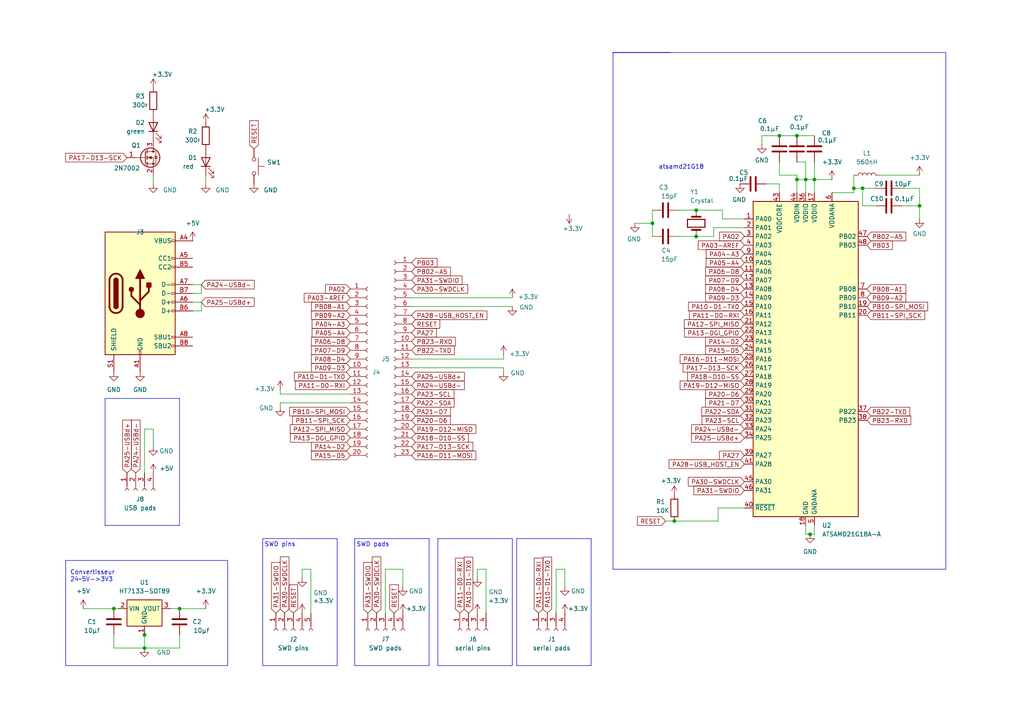
<source format=kicad_sch>
(kicad_sch
	(version 20231120)
	(generator "eeschema")
	(generator_version "8.0")
	(uuid "025a0f4b-62be-4bb0-84d4-afd7924eec6c")
	(paper "A4")
	
	(junction
		(at 226.06 39.37)
		(diameter 0)
		(color 0 0 0 0)
		(uuid "0975857b-7c15-4b1c-a24e-7c94fc2f8904")
	)
	(junction
		(at 41.91 184.15)
		(diameter 0)
		(color 0 0 0 0)
		(uuid "21a90fb7-0109-40f9-b021-37d17cbb5441")
	)
	(junction
		(at 231.14 52.07)
		(diameter 0)
		(color 0 0 0 0)
		(uuid "2d3420bb-ac5c-493b-8963-3b383535b625")
	)
	(junction
		(at 201.93 68.58)
		(diameter 0)
		(color 0 0 0 0)
		(uuid "3264d4a6-6fe7-44b6-a6b5-558d3ee6b287")
	)
	(junction
		(at 234.95 154.94)
		(diameter 0)
		(color 0 0 0 0)
		(uuid "6f33cf0f-6195-4dbb-9dc6-3701f91757c9")
	)
	(junction
		(at 233.68 52.07)
		(diameter 0)
		(color 0 0 0 0)
		(uuid "70b914a5-c6bb-4e91-b9e4-ca6996fee1ec")
	)
	(junction
		(at 52.07 176.53)
		(diameter 0)
		(color 0 0 0 0)
		(uuid "759cb462-2728-4dd1-a287-0fda1f6d6376")
	)
	(junction
		(at 250.19 54.61)
		(diameter 0)
		(color 0 0 0 0)
		(uuid "78ee2085-94e4-4ddc-b15a-c06c2b478697")
	)
	(junction
		(at 236.22 52.07)
		(diameter 0)
		(color 0 0 0 0)
		(uuid "79fa0395-3f2b-4a31-a037-9d43d897fcbc")
	)
	(junction
		(at 33.02 176.53)
		(diameter 0)
		(color 0 0 0 0)
		(uuid "7e077745-183b-41b0-a8da-9590bba266b4")
	)
	(junction
		(at 189.23 64.77)
		(diameter 0)
		(color 0 0 0 0)
		(uuid "9e3a70ab-ec61-4e80-9d82-a21f00ae781b")
	)
	(junction
		(at 231.14 39.37)
		(diameter 0)
		(color 0 0 0 0)
		(uuid "bfd38fdb-41d8-4052-ba3a-336273fb2d5f")
	)
	(junction
		(at 201.93 60.96)
		(diameter 0)
		(color 0 0 0 0)
		(uuid "d7fd7969-4477-478e-8429-0c2e5ceda434")
	)
	(junction
		(at 266.7 59.69)
		(diameter 0)
		(color 0 0 0 0)
		(uuid "dab52a10-0e5d-4be6-81ca-7b7c70469a7e")
	)
	(junction
		(at 41.91 187.96)
		(diameter 0)
		(color 0 0 0 0)
		(uuid "deeebe08-92e0-461a-aa1a-80d7440ee823")
	)
	(junction
		(at 247.65 54.61)
		(diameter 0)
		(color 0 0 0 0)
		(uuid "ebb6b96d-8cb0-44a0-8960-1e2ad66b05e3")
	)
	(junction
		(at 195.58 151.13)
		(diameter 0)
		(color 0 0 0 0)
		(uuid "f5c77f16-6a14-4afe-bb23-5e147523b36c")
	)
	(wire
		(pts
			(xy 196.85 68.58) (xy 201.93 68.58)
		)
		(stroke
			(width 0)
			(type default)
		)
		(uuid "00548b16-25ca-4abf-a2cf-df8647fd4bc8")
	)
	(polyline
		(pts
			(xy 149.86 156.21) (xy 149.86 182.88)
		)
		(stroke
			(width 0)
			(type default)
		)
		(uuid "017695f7-0d52-4251-ad10-ad515ab3cda1")
	)
	(wire
		(pts
			(xy 58.42 90.17) (xy 58.42 87.63)
		)
		(stroke
			(width 0)
			(type default)
		)
		(uuid "047f0e78-c31d-47bc-91ec-c9eeff0c4bd4")
	)
	(polyline
		(pts
			(xy 177.8 15.24) (xy 177.8 165.1)
		)
		(stroke
			(width 0)
			(type default)
		)
		(uuid "091880dc-6f65-4752-9cde-d6b4d91aaca3")
	)
	(wire
		(pts
			(xy 189.23 68.58) (xy 189.23 64.77)
		)
		(stroke
			(width 0)
			(type default)
		)
		(uuid "0efa7e42-9a47-419f-aa2f-f59c8926204c")
	)
	(wire
		(pts
			(xy 140.97 165.1) (xy 140.97 177.8)
		)
		(stroke
			(width 0)
			(type default)
		)
		(uuid "0f17a784-2abf-424d-8f95-62fa8cb1831d")
	)
	(wire
		(pts
			(xy 90.17 165.1) (xy 90.17 177.8)
		)
		(stroke
			(width 0)
			(type default)
		)
		(uuid "0f206201-c606-47bd-89bd-5c16362ca02e")
	)
	(polyline
		(pts
			(xy 76.2 156.21) (xy 76.2 182.88)
		)
		(stroke
			(width 0)
			(type default)
		)
		(uuid "0fde6205-80f9-43da-9413-693ef9b9bdcf")
	)
	(wire
		(pts
			(xy 55.88 87.63) (xy 58.42 87.63)
		)
		(stroke
			(width 0)
			(type default)
		)
		(uuid "126a1bf9-05ad-43c4-9304-58c9235a79d4")
	)
	(polyline
		(pts
			(xy 148.59 193.04) (xy 148.59 156.21)
		)
		(stroke
			(width 0)
			(type default)
		)
		(uuid "13288f83-aa4d-475d-b56c-2387eba662bb")
	)
	(wire
		(pts
			(xy 33.02 187.96) (xy 41.91 187.96)
		)
		(stroke
			(width 0)
			(type default)
		)
		(uuid "15a64082-b1fc-487d-8f38-25479e16b9a3")
	)
	(wire
		(pts
			(xy 55.88 90.17) (xy 58.42 90.17)
		)
		(stroke
			(width 0)
			(type default)
		)
		(uuid "171bfc02-9f41-49f5-8d8c-6bc7d7cbac99")
	)
	(wire
		(pts
			(xy 231.14 46.99) (xy 233.68 46.99)
		)
		(stroke
			(width 0)
			(type default)
		)
		(uuid "1839bed0-a9ba-4e4c-84ab-ced813dcd8cc")
	)
	(polyline
		(pts
			(xy 177.8 165.1) (xy 274.32 165.1)
		)
		(stroke
			(width 0)
			(type default)
		)
		(uuid "1c87726c-84ac-48c3-8332-d6b5996786ef")
	)
	(wire
		(pts
			(xy 209.55 60.96) (xy 209.55 63.5)
		)
		(stroke
			(width 0)
			(type default)
		)
		(uuid "1ce03ac1-9394-4a47-8963-c92a3795e9e1")
	)
	(wire
		(pts
			(xy 119.38 104.14) (xy 146.05 104.14)
		)
		(stroke
			(width 0)
			(type default)
		)
		(uuid "1f04f227-fed5-4da2-a46a-4696cd4f271f")
	)
	(wire
		(pts
			(xy 247.65 54.61) (xy 247.65 50.8)
		)
		(stroke
			(width 0)
			(type default)
		)
		(uuid "1f75ad1c-04b3-401a-b4fc-72a1e02d0a0f")
	)
	(wire
		(pts
			(xy 87.63 165.1) (xy 87.63 167.64)
		)
		(stroke
			(width 0)
			(type default)
		)
		(uuid "1febd290-dde0-47ea-a37b-473221f8161f")
	)
	(wire
		(pts
			(xy 41.91 124.46) (xy 41.91 137.16)
		)
		(stroke
			(width 0)
			(type default)
		)
		(uuid "21eb8e9c-e915-4469-b548-05ffdb346265")
	)
	(wire
		(pts
			(xy 196.85 60.96) (xy 201.93 60.96)
		)
		(stroke
			(width 0)
			(type default)
		)
		(uuid "22c02059-f5bd-4e7c-a09a-4cf500621bdf")
	)
	(wire
		(pts
			(xy 220.98 41.91) (xy 220.98 39.37)
		)
		(stroke
			(width 0)
			(type default)
		)
		(uuid "2489a22e-84f1-4eeb-b0dc-fd26caa9b4ba")
	)
	(wire
		(pts
			(xy 201.93 60.96) (xy 209.55 60.96)
		)
		(stroke
			(width 0)
			(type default)
		)
		(uuid "2610fe4b-e7d2-445e-9c1e-f35d928007b6")
	)
	(wire
		(pts
			(xy 193.04 151.13) (xy 195.58 151.13)
		)
		(stroke
			(width 0)
			(type default)
		)
		(uuid "26ed3cac-2852-4917-84b7-799b7e265885")
	)
	(wire
		(pts
			(xy 146.05 106.68) (xy 146.05 107.95)
		)
		(stroke
			(width 0)
			(type default)
		)
		(uuid "2eff13dd-19db-435d-aea5-4d0364368097")
	)
	(wire
		(pts
			(xy 81.28 116.84) (xy 81.28 118.11)
		)
		(stroke
			(width 0)
			(type default)
		)
		(uuid "2fd2190b-1b56-4096-9bfd-ce68c19c0367")
	)
	(wire
		(pts
			(xy 163.83 165.1) (xy 163.83 170.18)
		)
		(stroke
			(width 0)
			(type default)
		)
		(uuid "320135db-0e72-4788-b19e-86922deb572e")
	)
	(wire
		(pts
			(xy 231.14 52.07) (xy 231.14 55.88)
		)
		(stroke
			(width 0)
			(type default)
		)
		(uuid "3520f98f-1149-420a-9aad-80504de31c78")
	)
	(wire
		(pts
			(xy 266.7 59.69) (xy 266.7 63.5)
		)
		(stroke
			(width 0)
			(type default)
		)
		(uuid "38df06e4-fd2d-4e0c-ac56-82cdc803a994")
	)
	(polyline
		(pts
			(xy 102.87 193.04) (xy 124.46 193.04)
		)
		(stroke
			(width 0)
			(type default)
		)
		(uuid "3a1e0231-d0e5-4132-a42e-e4b63b02578e")
	)
	(polyline
		(pts
			(xy 127 156.21) (xy 127 182.88)
		)
		(stroke
			(width 0)
			(type default)
		)
		(uuid "3c8ce345-9428-4cfc-8845-a8ac08e69e95")
	)
	(wire
		(pts
			(xy 58.42 85.09) (xy 58.42 82.55)
		)
		(stroke
			(width 0)
			(type default)
		)
		(uuid "3de40b82-44c3-4408-94fd-ab64c2ec1ce8")
	)
	(wire
		(pts
			(xy 140.97 165.1) (xy 138.43 165.1)
		)
		(stroke
			(width 0)
			(type default)
		)
		(uuid "42995d3a-88f8-42e3-ae5b-aba1a12260e0")
	)
	(wire
		(pts
			(xy 189.23 60.96) (xy 189.23 64.77)
		)
		(stroke
			(width 0)
			(type default)
		)
		(uuid "42c93dcd-16b0-43f0-943c-31cd8cfdb594")
	)
	(wire
		(pts
			(xy 233.68 52.07) (xy 233.68 55.88)
		)
		(stroke
			(width 0)
			(type default)
		)
		(uuid "4673db88-412a-4314-bb6f-106e6df6aa04")
	)
	(wire
		(pts
			(xy 52.07 184.15) (xy 52.07 187.96)
		)
		(stroke
			(width 0)
			(type default)
		)
		(uuid "4679ed84-5314-45eb-b36a-747141d43c7b")
	)
	(wire
		(pts
			(xy 226.06 53.34) (xy 226.06 55.88)
		)
		(stroke
			(width 0)
			(type default)
		)
		(uuid "4823b8e1-872a-4dec-9358-42b1b263dc9e")
	)
	(wire
		(pts
			(xy 236.22 52.07) (xy 236.22 55.88)
		)
		(stroke
			(width 0)
			(type default)
		)
		(uuid "4891aa1b-af35-4ebf-ac42-47c7e51b8320")
	)
	(wire
		(pts
			(xy 236.22 52.07) (xy 241.3 52.07)
		)
		(stroke
			(width 0)
			(type default)
		)
		(uuid "48f9c232-8361-410c-9f33-8658920a43bf")
	)
	(wire
		(pts
			(xy 90.17 165.1) (xy 87.63 165.1)
		)
		(stroke
			(width 0)
			(type default)
		)
		(uuid "49a276d2-306c-42e2-8690-887583e57124")
	)
	(wire
		(pts
			(xy 146.05 102.87) (xy 146.05 104.14)
		)
		(stroke
			(width 0)
			(type default)
		)
		(uuid "4a7e4ae3-1545-4568-abaa-70b9b18491d4")
	)
	(wire
		(pts
			(xy 41.91 124.46) (xy 44.45 124.46)
		)
		(stroke
			(width 0)
			(type default)
		)
		(uuid "4aa2a4f1-e4b4-4ac3-be07-ea77ed69c385")
	)
	(polyline
		(pts
			(xy 97.79 156.21) (xy 76.2 156.21)
		)
		(stroke
			(width 0)
			(type default)
		)
		(uuid "4be838d1-18eb-4d04-a0a2-ecfcefdda931")
	)
	(wire
		(pts
			(xy 226.06 50.8) (xy 226.06 46.99)
		)
		(stroke
			(width 0)
			(type default)
		)
		(uuid "4c186f93-4228-4254-97a2-ca3a52d275f1")
	)
	(wire
		(pts
			(xy 55.88 82.55) (xy 58.42 82.55)
		)
		(stroke
			(width 0)
			(type default)
		)
		(uuid "4c485c6e-b6d7-4f4d-95dc-a8da9953c671")
	)
	(wire
		(pts
			(xy 209.55 63.5) (xy 215.9 63.5)
		)
		(stroke
			(width 0)
			(type default)
		)
		(uuid "4ca6821c-f70c-43dc-896b-1894950e5e47")
	)
	(polyline
		(pts
			(xy 177.8 15.24) (xy 194.31 15.24)
		)
		(stroke
			(width 0)
			(type default)
		)
		(uuid "519073a6-8265-4fe3-99e2-5606191d529e")
	)
	(wire
		(pts
			(xy 161.29 165.1) (xy 163.83 165.1)
		)
		(stroke
			(width 0)
			(type default)
		)
		(uuid "5324eb85-87ce-40d5-baf5-be20369b3085")
	)
	(wire
		(pts
			(xy 233.68 52.07) (xy 236.22 52.07)
		)
		(stroke
			(width 0)
			(type default)
		)
		(uuid "55c74b89-ff27-413e-a7fa-20d7b8356316")
	)
	(wire
		(pts
			(xy 261.62 59.69) (xy 266.7 59.69)
		)
		(stroke
			(width 0)
			(type default)
		)
		(uuid "5828634c-29ca-4383-949a-d09d24e5ed26")
	)
	(wire
		(pts
			(xy 189.23 64.77) (xy 184.15 64.77)
		)
		(stroke
			(width 0)
			(type default)
		)
		(uuid "5a7ce2ab-77d1-4399-8272-209135f9b0db")
	)
	(wire
		(pts
			(xy 234.95 154.94) (xy 236.22 154.94)
		)
		(stroke
			(width 0)
			(type default)
		)
		(uuid "5c728360-bc4f-48f1-b229-98a5f6a04848")
	)
	(wire
		(pts
			(xy 261.62 54.61) (xy 266.7 54.61)
		)
		(stroke
			(width 0)
			(type default)
		)
		(uuid "5e10d7a3-79f1-420b-b431-3ca7bd62ae3a")
	)
	(wire
		(pts
			(xy 161.29 165.1) (xy 161.29 177.8)
		)
		(stroke
			(width 0)
			(type default)
		)
		(uuid "61f6321f-217e-4521-985c-5f1db133c4ed")
	)
	(wire
		(pts
			(xy 266.7 54.61) (xy 266.7 59.69)
		)
		(stroke
			(width 0)
			(type default)
		)
		(uuid "626b74f7-0d61-4546-92f8-b5488cb77612")
	)
	(polyline
		(pts
			(xy 102.87 156.21) (xy 102.87 182.88)
		)
		(stroke
			(width 0)
			(type default)
		)
		(uuid "63a80995-fb84-4136-b890-d5edf4dfc519")
	)
	(wire
		(pts
			(xy 55.88 85.09) (xy 58.42 85.09)
		)
		(stroke
			(width 0)
			(type default)
		)
		(uuid "66c034ee-efa5-4192-9cba-5f09c88d7219")
	)
	(wire
		(pts
			(xy 119.38 88.9) (xy 148.59 88.9)
		)
		(stroke
			(width 0)
			(type default)
		)
		(uuid "6b0ac39e-586f-419a-8773-d07b76614e9d")
	)
	(polyline
		(pts
			(xy 30.48 142.24) (xy 30.48 152.4)
		)
		(stroke
			(width 0)
			(type default)
		)
		(uuid "708a3dee-29eb-4f1b-9d81-d4f032f76fd4")
	)
	(wire
		(pts
			(xy 49.53 176.53) (xy 52.07 176.53)
		)
		(stroke
			(width 0)
			(type default)
		)
		(uuid "712b742b-9681-46c5-aa91-f1d4dc2bbe57")
	)
	(polyline
		(pts
			(xy 171.45 156.21) (xy 149.86 156.21)
		)
		(stroke
			(width 0)
			(type default)
		)
		(uuid "714b8ed8-e600-4203-8702-85351b3a8e7f")
	)
	(wire
		(pts
			(xy 254 54.61) (xy 250.19 54.61)
		)
		(stroke
			(width 0)
			(type default)
		)
		(uuid "72a4b0f4-2a57-4819-8ff0-c73f1f337d9e")
	)
	(wire
		(pts
			(xy 234.95 154.94) (xy 233.68 154.94)
		)
		(stroke
			(width 0)
			(type default)
		)
		(uuid "754d349c-9be3-4e73-8c49-ae98d5d405ba")
	)
	(wire
		(pts
			(xy 33.02 176.53) (xy 34.29 176.53)
		)
		(stroke
			(width 0)
			(type default)
		)
		(uuid "767b7b03-bcf5-44a7-b71f-b997edd181ff")
	)
	(polyline
		(pts
			(xy 171.45 193.04) (xy 171.45 156.21)
		)
		(stroke
			(width 0)
			(type default)
		)
		(uuid "793858e3-f31e-4c58-a06a-dddb7cbbbb19")
	)
	(wire
		(pts
			(xy 226.06 50.8) (xy 231.14 50.8)
		)
		(stroke
			(width 0)
			(type default)
		)
		(uuid "7cf20c89-9230-40df-a131-c7f4fd1f00fa")
	)
	(polyline
		(pts
			(xy 30.48 152.4) (xy 52.07 152.4)
		)
		(stroke
			(width 0)
			(type default)
		)
		(uuid "7d008150-984f-46cf-b6c4-938e04a4bd46")
	)
	(wire
		(pts
			(xy 220.98 39.37) (xy 226.06 39.37)
		)
		(stroke
			(width 0)
			(type default)
		)
		(uuid "7f152e7f-b1d4-453f-8379-212b8f90091a")
	)
	(wire
		(pts
			(xy 111.76 165.1) (xy 116.84 165.1)
		)
		(stroke
			(width 0)
			(type default)
		)
		(uuid "7f2251b2-5243-455d-bda4-c22bd20ec433")
	)
	(polyline
		(pts
			(xy 124.46 156.21) (xy 102.87 156.21)
		)
		(stroke
			(width 0)
			(type default)
		)
		(uuid "800d2e28-de82-4119-ad5e-7025ca664e05")
	)
	(wire
		(pts
			(xy 41.91 187.96) (xy 52.07 187.96)
		)
		(stroke
			(width 0)
			(type default)
		)
		(uuid "806a3624-d820-4af6-a0f3-3d741a8751c7")
	)
	(polyline
		(pts
			(xy 148.59 156.21) (xy 127 156.21)
		)
		(stroke
			(width 0)
			(type default)
		)
		(uuid "89272ff3-6f32-4a90-9ed6-9ba27fc50448")
	)
	(polyline
		(pts
			(xy 274.32 165.1) (xy 274.32 15.24)
		)
		(stroke
			(width 0)
			(type default)
		)
		(uuid "9165d60a-757c-4bec-ace5-23e8eb0d070b")
	)
	(wire
		(pts
			(xy 226.06 39.37) (xy 231.14 39.37)
		)
		(stroke
			(width 0)
			(type default)
		)
		(uuid "9185bd1f-e0b6-47da-8523-7706dd7c7714")
	)
	(wire
		(pts
			(xy 236.22 152.4) (xy 236.22 154.94)
		)
		(stroke
			(width 0)
			(type default)
		)
		(uuid "93d2e62d-66d5-40f9-aee0-86a2a7b924ce")
	)
	(wire
		(pts
			(xy 41.91 184.15) (xy 41.91 187.96)
		)
		(stroke
			(width 0)
			(type default)
		)
		(uuid "949d24bf-b825-4ef5-a7a3-8798974db0ac")
	)
	(wire
		(pts
			(xy 231.14 39.37) (xy 236.22 39.37)
		)
		(stroke
			(width 0)
			(type default)
		)
		(uuid "9602f17f-57c0-4ec1-8be1-3f84df17f273")
	)
	(wire
		(pts
			(xy 241.3 55.88) (xy 247.65 55.88)
		)
		(stroke
			(width 0)
			(type default)
		)
		(uuid "981f4e4f-bf99-4d2e-95c8-a9c6a56f2c0f")
	)
	(wire
		(pts
			(xy 119.38 106.68) (xy 146.05 106.68)
		)
		(stroke
			(width 0)
			(type default)
		)
		(uuid "9942eb14-93e3-48d3-b6a1-261977369c44")
	)
	(wire
		(pts
			(xy 116.84 165.1) (xy 116.84 170.18)
		)
		(stroke
			(width 0)
			(type default)
		)
		(uuid "9ad11594-83c7-403c-bd2b-833a8d28db25")
	)
	(wire
		(pts
			(xy 111.76 165.1) (xy 111.76 177.8)
		)
		(stroke
			(width 0)
			(type default)
		)
		(uuid "9db923d1-b527-4cb9-91e5-256ab7b98ebd")
	)
	(wire
		(pts
			(xy 207.01 66.04) (xy 215.9 66.04)
		)
		(stroke
			(width 0)
			(type default)
		)
		(uuid "a1900e20-017c-4201-bb48-c0d7af797940")
	)
	(wire
		(pts
			(xy 201.93 68.58) (xy 207.01 68.58)
		)
		(stroke
			(width 0)
			(type default)
		)
		(uuid "a3c7d891-3f6f-4650-a7fe-3a129e8f6600")
	)
	(wire
		(pts
			(xy 33.02 184.15) (xy 33.02 187.96)
		)
		(stroke
			(width 0)
			(type default)
		)
		(uuid "a527bb6e-28f7-4a58-9a6b-99e12ded9b62")
	)
	(polyline
		(pts
			(xy 52.07 152.4) (xy 52.07 115.57)
		)
		(stroke
			(width 0)
			(type default)
		)
		(uuid "a5a431ff-d174-440b-bbd9-690afaebe026")
	)
	(wire
		(pts
			(xy 44.45 53.34) (xy 44.45 50.8)
		)
		(stroke
			(width 0)
			(type default)
		)
		(uuid "a681bcd0-91cd-404c-887c-98edd928f046")
	)
	(wire
		(pts
			(xy 231.14 52.07) (xy 233.68 52.07)
		)
		(stroke
			(width 0)
			(type default)
		)
		(uuid "ab85e5dd-92ad-42bc-b905-a42c552da24e")
	)
	(wire
		(pts
			(xy 231.14 50.8) (xy 231.14 52.07)
		)
		(stroke
			(width 0)
			(type default)
		)
		(uuid "b1b50604-a00f-47e8-a129-7e7b7aa85cd3")
	)
	(polyline
		(pts
			(xy 149.86 193.04) (xy 171.45 193.04)
		)
		(stroke
			(width 0)
			(type default)
		)
		(uuid "b1c8df6b-7c53-4aec-aeef-27e8ebce0a67")
	)
	(wire
		(pts
			(xy 24.13 176.53) (xy 33.02 176.53)
		)
		(stroke
			(width 0)
			(type default)
		)
		(uuid "b382b82c-b3c6-4921-9735-a96b3c5bbbf7")
	)
	(polyline
		(pts
			(xy 149.86 182.88) (xy 149.86 193.04)
		)
		(stroke
			(width 0)
			(type default)
		)
		(uuid "b411d167-8a22-48f7-a468-6ab4ef7566c9")
	)
	(wire
		(pts
			(xy 208.28 151.13) (xy 208.28 147.32)
		)
		(stroke
			(width 0)
			(type default)
		)
		(uuid "b4f52b26-fe77-4e32-bd47-468ddff71252")
	)
	(polyline
		(pts
			(xy 102.87 182.88) (xy 102.87 193.04)
		)
		(stroke
			(width 0)
			(type default)
		)
		(uuid "b8c6f1e6-6bb5-4c26-9d7d-43bb7f8da901")
	)
	(wire
		(pts
			(xy 233.68 46.99) (xy 233.68 52.07)
		)
		(stroke
			(width 0)
			(type default)
		)
		(uuid "bbf999b6-8110-43f4-a811-e8685a4fc834")
	)
	(wire
		(pts
			(xy 207.01 68.58) (xy 207.01 66.04)
		)
		(stroke
			(width 0)
			(type default)
		)
		(uuid "bc9b3d37-3530-40f6-b8b2-00aecbf87747")
	)
	(polyline
		(pts
			(xy 97.79 193.04) (xy 97.79 156.21)
		)
		(stroke
			(width 0)
			(type default)
		)
		(uuid "c07305ae-461e-4b60-8d76-5bc5fe5696a9")
	)
	(wire
		(pts
			(xy 41.91 182.88) (xy 41.91 184.15)
		)
		(stroke
			(width 0)
			(type default)
		)
		(uuid "c23bf910-3161-4273-8bc3-7e50693b7660")
	)
	(polyline
		(pts
			(xy 127 182.88) (xy 127 193.04)
		)
		(stroke
			(width 0)
			(type default)
		)
		(uuid "c680c7a3-f5cb-45d6-a91c-dd7834d9e69c")
	)
	(polyline
		(pts
			(xy 274.32 15.24) (xy 177.8 15.24)
		)
		(stroke
			(width 0)
			(type default)
		)
		(uuid "c7353f91-3ad6-4b08-84ed-813f86248c32")
	)
	(wire
		(pts
			(xy 119.38 86.36) (xy 148.59 86.36)
		)
		(stroke
			(width 0)
			(type default)
		)
		(uuid "c9161126-cc88-484d-adf6-58c9cb3ec538")
	)
	(wire
		(pts
			(xy 250.19 54.61) (xy 247.65 54.61)
		)
		(stroke
			(width 0)
			(type default)
		)
		(uuid "cb679b92-7520-44f1-8882-83122ae4b05f")
	)
	(polyline
		(pts
			(xy 52.07 115.57) (xy 30.48 115.57)
		)
		(stroke
			(width 0)
			(type default)
		)
		(uuid "ce36ef2d-4a7f-4058-8d9e-3de11f1d9495")
	)
	(wire
		(pts
			(xy 247.65 55.88) (xy 247.65 54.61)
		)
		(stroke
			(width 0)
			(type default)
		)
		(uuid "d12df546-4c4d-495d-8a63-53e56f7d3950")
	)
	(polyline
		(pts
			(xy 30.48 115.57) (xy 30.48 142.24)
		)
		(stroke
			(width 0)
			(type default)
		)
		(uuid "d1d3d2c0-f366-484f-997c-71094e38bdc9")
	)
	(wire
		(pts
			(xy 52.07 176.53) (xy 59.69 176.53)
		)
		(stroke
			(width 0)
			(type default)
		)
		(uuid "d2c8c031-4903-4b99-ae3d-bf7af79e553c")
	)
	(polyline
		(pts
			(xy 127 193.04) (xy 148.59 193.04)
		)
		(stroke
			(width 0)
			(type default)
		)
		(uuid "d5311b82-88fa-480a-8f93-f19c646743b2")
	)
	(wire
		(pts
			(xy 195.58 151.13) (xy 208.28 151.13)
		)
		(stroke
			(width 0)
			(type default)
		)
		(uuid "d7ced12f-6c62-47f9-96a6-901585b55a00")
	)
	(wire
		(pts
			(xy 44.45 124.46) (xy 44.45 129.54)
		)
		(stroke
			(width 0)
			(type default)
		)
		(uuid "d948fd76-e59e-4c78-bb36-ae7983d9614b")
	)
	(wire
		(pts
			(xy 255.27 50.8) (xy 266.7 50.8)
		)
		(stroke
			(width 0)
			(type default)
		)
		(uuid "d9dedff3-8b1a-4e2f-bdc1-30557f4cb1d2")
	)
	(wire
		(pts
			(xy 81.28 113.03) (xy 81.28 114.3)
		)
		(stroke
			(width 0)
			(type default)
		)
		(uuid "dc9ba203-acca-4bd8-8c0a-934ebf254b63")
	)
	(wire
		(pts
			(xy 208.28 147.32) (xy 215.9 147.32)
		)
		(stroke
			(width 0)
			(type default)
		)
		(uuid "dd051f79-d4b5-45c8-b4e0-0c5c7a5cd088")
	)
	(wire
		(pts
			(xy 236.22 46.99) (xy 236.22 52.07)
		)
		(stroke
			(width 0)
			(type default)
		)
		(uuid "ddd07f96-cc27-4752-bb3a-fce1a2f6c995")
	)
	(wire
		(pts
			(xy 233.68 154.94) (xy 233.68 152.4)
		)
		(stroke
			(width 0)
			(type default)
		)
		(uuid "deaa295c-3925-43d9-8052-de61a6d22def")
	)
	(wire
		(pts
			(xy 254 59.69) (xy 250.19 59.69)
		)
		(stroke
			(width 0)
			(type default)
		)
		(uuid "e4a31d19-c511-4134-acde-041f5b2d4091")
	)
	(wire
		(pts
			(xy 138.43 165.1) (xy 138.43 167.64)
		)
		(stroke
			(width 0)
			(type default)
		)
		(uuid "eb919b42-57d1-4a04-865c-592fa4091470")
	)
	(wire
		(pts
			(xy 250.19 59.69) (xy 250.19 54.61)
		)
		(stroke
			(width 0)
			(type default)
		)
		(uuid "effa9d6c-f3d7-4193-ab2a-4a4011ad7772")
	)
	(wire
		(pts
			(xy 59.69 53.34) (xy 59.69 50.8)
		)
		(stroke
			(width 0)
			(type default)
		)
		(uuid "f063b1e7-97ab-4549-9e4a-5d56b4cbf3a9")
	)
	(wire
		(pts
			(xy 81.28 114.3) (xy 101.6 114.3)
		)
		(stroke
			(width 0)
			(type default)
		)
		(uuid "f1067528-3fbf-40c4-8cdf-a0b0bd0635e8")
	)
	(polyline
		(pts
			(xy 76.2 182.88) (xy 76.2 193.04)
		)
		(stroke
			(width 0)
			(type default)
		)
		(uuid "f6e9e925-764b-4498-ba50-ba906192c6ed")
	)
	(wire
		(pts
			(xy 101.6 116.84) (xy 81.28 116.84)
		)
		(stroke
			(width 0)
			(type default)
		)
		(uuid "f7a8075a-d127-491b-8132-8c7892ac6a40")
	)
	(polyline
		(pts
			(xy 76.2 193.04) (xy 97.79 193.04)
		)
		(stroke
			(width 0)
			(type default)
		)
		(uuid "f99f3426-a098-470d-8e59-f6061d0b6bd2")
	)
	(wire
		(pts
			(xy 222.25 53.34) (xy 226.06 53.34)
		)
		(stroke
			(width 0)
			(type default)
		)
		(uuid "fa117dc1-7e97-4a50-ba1b-493b70c1a0df")
	)
	(polyline
		(pts
			(xy 124.46 193.04) (xy 124.46 156.21)
		)
		(stroke
			(width 0)
			(type default)
		)
		(uuid "fe4a2e19-fab1-492a-aa99-5040bdd61cf4")
	)
	(rectangle
		(start 19.05 162.56)
		(end 66.04 193.04)
		(stroke
			(width 0)
			(type default)
		)
		(fill
			(type none)
		)
		(uuid 5c9a21a4-0777-4170-85ed-922ff0762b03)
	)
	(text "SWD pins"
		(exclude_from_sim no)
		(at 76.708 158.75 0)
		(effects
			(font
				(size 1.27 1.27)
			)
			(justify left bottom)
		)
		(uuid "40f5548b-e38b-46f0-b8b7-62ba86eb2393")
	)
	(text "atsamd21G18"
		(exclude_from_sim no)
		(at 191.008 49.276 0)
		(effects
			(font
				(size 1.27 1.27)
			)
			(justify left bottom)
		)
		(uuid "4257bc38-84c4-4991-9a46-1c963eea085e")
	)
	(text "SWD pads"
		(exclude_from_sim no)
		(at 103.378 158.75 0)
		(effects
			(font
				(size 1.27 1.27)
			)
			(justify left bottom)
		)
		(uuid "5d536e40-e306-4856-809f-72908d8372ef")
	)
	(text "Convertisseur\n24~5V->3V3"
		(exclude_from_sim no)
		(at 20.32 168.91 0)
		(effects
			(font
				(size 1.27 1.27)
			)
			(justify left bottom)
		)
		(uuid "8684a497-7750-4a4b-a057-329f58bd0ecf")
	)
	(global_label "PA17-D13-SCK"
		(shape input)
		(at 119.38 129.54 0)
		(fields_autoplaced yes)
		(effects
			(font
				(size 1.27 1.27)
			)
			(justify left)
		)
		(uuid "035380c8-2a4f-4f6c-9e82-2b61b70c11e4")
		(property "Intersheetrefs" "${INTERSHEET_REFS}"
			(at 137.7261 129.54 0)
			(effects
				(font
					(size 1.27 1.27)
				)
				(justify left)
				(hide yes)
			)
		)
	)
	(global_label "PA19-D12-MISO"
		(shape input)
		(at 215.9 111.76 180)
		(fields_autoplaced yes)
		(effects
			(font
				(size 1.27 1.27)
			)
			(justify right)
		)
		(uuid "04f15ee8-c5ea-4169-81b6-c684be949579")
		(property "Intersheetrefs" "${INTERSHEET_REFS}"
			(at 196.7072 111.76 0)
			(effects
				(font
					(size 1.27 1.27)
				)
				(justify right)
				(hide yes)
			)
		)
	)
	(global_label "PA28-USB_HOST_EN"
		(shape input)
		(at 215.9 134.62 180)
		(fields_autoplaced yes)
		(effects
			(font
				(size 1.27 1.27)
			)
			(justify right)
		)
		(uuid "0debda2f-bdcb-4b04-9949-c9f04fb2780e")
		(property "Intersheetrefs" "${INTERSHEET_REFS}"
			(at 193.502 134.62 0)
			(effects
				(font
					(size 1.27 1.27)
				)
				(justify right)
				(hide yes)
			)
		)
	)
	(global_label "PA05-A4"
		(shape input)
		(at 215.9 76.2 180)
		(fields_autoplaced yes)
		(effects
			(font
				(size 1.27 1.27)
			)
			(justify right)
		)
		(uuid "158314e7-0552-481c-ac3f-250e0dadd602")
		(property "Intersheetrefs" "${INTERSHEET_REFS}"
			(at 204.2667 76.2 0)
			(effects
				(font
					(size 1.27 1.27)
				)
				(justify right)
				(hide yes)
			)
		)
	)
	(global_label "PB08-A1"
		(shape input)
		(at 101.6 88.9 180)
		(fields_autoplaced yes)
		(effects
			(font
				(size 1.27 1.27)
			)
			(justify right)
		)
		(uuid "1a6dacb4-85b8-4708-a3ec-f3bd04a3f0c2")
		(property "Intersheetrefs" "${INTERSHEET_REFS}"
			(at 89.7853 88.9 0)
			(effects
				(font
					(size 1.27 1.27)
				)
				(justify right)
				(hide yes)
			)
		)
	)
	(global_label "PA20-D6"
		(shape input)
		(at 215.9 114.3 180)
		(fields_autoplaced yes)
		(effects
			(font
				(size 1.27 1.27)
			)
			(justify right)
		)
		(uuid "1b6bded9-8050-47e9-84c8-37e8c671a603")
		(property "Intersheetrefs" "${INTERSHEET_REFS}"
			(at 204.0853 114.3 0)
			(effects
				(font
					(size 1.27 1.27)
				)
				(justify right)
				(hide yes)
			)
		)
	)
	(global_label "PA03-AREF"
		(shape input)
		(at 215.9 71.12 180)
		(fields_autoplaced yes)
		(effects
			(font
				(size 1.27 1.27)
			)
			(justify right)
		)
		(uuid "1e411aa2-af96-4f32-9216-4c2bb8763711")
		(property "Intersheetrefs" "${INTERSHEET_REFS}"
			(at 201.9686 71.12 0)
			(effects
				(font
					(size 1.27 1.27)
				)
				(justify right)
				(hide yes)
			)
		)
	)
	(global_label "PA14-D2"
		(shape input)
		(at 101.6 129.54 180)
		(fields_autoplaced yes)
		(effects
			(font
				(size 1.27 1.27)
			)
			(justify right)
		)
		(uuid "20c34cca-7972-465e-8030-369b80e1c515")
		(property "Intersheetrefs" "${INTERSHEET_REFS}"
			(at 89.7853 129.54 0)
			(effects
				(font
					(size 1.27 1.27)
				)
				(justify right)
				(hide yes)
			)
		)
	)
	(global_label "PA25-USBd+"
		(shape input)
		(at 36.83 137.16 90)
		(fields_autoplaced yes)
		(effects
			(font
				(size 1.27 1.27)
			)
			(justify left)
		)
		(uuid "213da065-e215-4754-b484-c92e3b7b5eea")
		(property "Intersheetrefs" "${INTERSHEET_REFS}"
			(at 36.83 121.2934 90)
			(effects
				(font
					(size 1.27 1.27)
				)
				(justify left)
				(hide yes)
			)
		)
	)
	(global_label "PA15-D5"
		(shape input)
		(at 101.6 132.08 180)
		(fields_autoplaced yes)
		(effects
			(font
				(size 1.27 1.27)
			)
			(justify right)
		)
		(uuid "273621c2-983f-40c4-bb7a-64d1eab52704")
		(property "Intersheetrefs" "${INTERSHEET_REFS}"
			(at 89.7853 132.08 0)
			(effects
				(font
					(size 1.27 1.27)
				)
				(justify right)
				(hide yes)
			)
		)
	)
	(global_label "PB02-A5"
		(shape input)
		(at 251.46 68.58 0)
		(fields_autoplaced yes)
		(effects
			(font
				(size 1.27 1.27)
			)
			(justify left)
		)
		(uuid "2aa22c5f-33c2-4c3a-9958-9a81d5d2f41f")
		(property "Intersheetrefs" "${INTERSHEET_REFS}"
			(at 263.2747 68.58 0)
			(effects
				(font
					(size 1.27 1.27)
				)
				(justify left)
				(hide yes)
			)
		)
	)
	(global_label "PA27"
		(shape input)
		(at 119.38 96.52 0)
		(fields_autoplaced yes)
		(effects
			(font
				(size 1.27 1.27)
			)
			(justify left)
		)
		(uuid "2c79ef99-c6a1-4579-b6e6-c294b5e8d0b4")
		(property "Intersheetrefs" "${INTERSHEET_REFS}"
			(at 127.1428 96.52 0)
			(effects
				(font
					(size 1.27 1.27)
				)
				(justify left)
				(hide yes)
			)
		)
	)
	(global_label "PA07-D9"
		(shape input)
		(at 101.6 101.6 180)
		(fields_autoplaced yes)
		(effects
			(font
				(size 1.27 1.27)
			)
			(justify right)
		)
		(uuid "2c9ba724-552a-40f0-a2af-80dda8d4b440")
		(property "Intersheetrefs" "${INTERSHEET_REFS}"
			(at 89.7853 101.6 0)
			(effects
				(font
					(size 1.27 1.27)
				)
				(justify right)
				(hide yes)
			)
		)
	)
	(global_label "PB09-A2"
		(shape input)
		(at 101.6 91.44 180)
		(fields_autoplaced yes)
		(effects
			(font
				(size 1.27 1.27)
			)
			(justify right)
		)
		(uuid "305c964b-98d3-4b77-b2e1-13feab99394d")
		(property "Intersheetrefs" "${INTERSHEET_REFS}"
			(at 89.7853 91.44 0)
			(effects
				(font
					(size 1.27 1.27)
				)
				(justify right)
				(hide yes)
			)
		)
	)
	(global_label "PB03"
		(shape input)
		(at 251.46 71.12 0)
		(fields_autoplaced yes)
		(effects
			(font
				(size 1.27 1.27)
			)
			(justify left)
		)
		(uuid "321a4d96-97e4-4dee-9921-9c5a9d193313")
		(property "Intersheetrefs" "${INTERSHEET_REFS}"
			(at 259.4042 71.12 0)
			(effects
				(font
					(size 1.27 1.27)
				)
				(justify left)
				(hide yes)
			)
		)
	)
	(global_label "PA15-D5"
		(shape input)
		(at 215.9 101.6 180)
		(fields_autoplaced yes)
		(effects
			(font
				(size 1.27 1.27)
			)
			(justify right)
		)
		(uuid "32a8bab2-c2d1-4b4c-8160-f951f02b29fb")
		(property "Intersheetrefs" "${INTERSHEET_REFS}"
			(at 204.0853 101.6 0)
			(effects
				(font
					(size 1.27 1.27)
				)
				(justify right)
				(hide yes)
			)
		)
	)
	(global_label "PA18-D10-SS"
		(shape input)
		(at 215.9 109.22 180)
		(fields_autoplaced yes)
		(effects
			(font
				(size 1.27 1.27)
			)
			(justify right)
		)
		(uuid "38f1caf7-4aea-4204-93c6-d7e6755158ad")
		(property "Intersheetrefs" "${INTERSHEET_REFS}"
			(at 198.8844 109.22 0)
			(effects
				(font
					(size 1.27 1.27)
				)
				(justify right)
				(hide yes)
			)
		)
	)
	(global_label "PA22-SDA"
		(shape input)
		(at 215.9 119.38 180)
		(fields_autoplaced yes)
		(effects
			(font
				(size 1.27 1.27)
			)
			(justify right)
		)
		(uuid "3b403923-f2b6-4d29-b424-10fc2e941274")
		(property "Intersheetrefs" "${INTERSHEET_REFS}"
			(at 202.9967 119.38 0)
			(effects
				(font
					(size 1.27 1.27)
				)
				(justify right)
				(hide yes)
			)
		)
	)
	(global_label "RESET"
		(shape input)
		(at 114.3 177.8 90)
		(fields_autoplaced yes)
		(effects
			(font
				(size 1.27 1.27)
			)
			(justify left)
		)
		(uuid "3ba1fb29-15ca-48bf-8442-01141b1efbc5")
		(property "Intersheetrefs" "${INTERSHEET_REFS}"
			(at -6.35 82.55 0)
			(effects
				(font
					(size 1.27 1.27)
				)
				(hide yes)
			)
		)
		(property "Références Inter-Feuilles" "${INTERSHEET_REFS}"
			(at 114.2206 169.7306 90)
			(effects
				(font
					(size 1.27 1.27)
				)
				(justify left)
				(hide yes)
			)
		)
	)
	(global_label "PA10-D1-TX0"
		(shape input)
		(at 215.9 88.9 180)
		(fields_autoplaced yes)
		(effects
			(font
				(size 1.27 1.27)
			)
			(justify right)
		)
		(uuid "3fa0b2b2-3604-4957-9030-f33cf97d643b")
		(property "Intersheetrefs" "${INTERSHEET_REFS}"
			(at 199.1263 88.9 0)
			(effects
				(font
					(size 1.27 1.27)
				)
				(justify right)
				(hide yes)
			)
		)
	)
	(global_label "PA25-USBd+"
		(shape input)
		(at 215.9 127 180)
		(fields_autoplaced yes)
		(effects
			(font
				(size 1.27 1.27)
			)
			(justify right)
		)
		(uuid "41db2b68-fcf6-41a1-a25c-46a80acd7691")
		(property "Intersheetrefs" "${INTERSHEET_REFS}"
			(at 200.0334 127 0)
			(effects
				(font
					(size 1.27 1.27)
				)
				(justify right)
				(hide yes)
			)
		)
	)
	(global_label "PB10-SPI_MOSI"
		(shape input)
		(at 251.46 88.9 0)
		(fields_autoplaced yes)
		(effects
			(font
				(size 1.27 1.27)
			)
			(justify left)
		)
		(uuid "42eac77d-aa8b-456f-a69e-4fa697e70cbc")
		(property "Intersheetrefs" "${INTERSHEET_REFS}"
			(at 269.6247 88.9 0)
			(effects
				(font
					(size 1.27 1.27)
				)
				(justify left)
				(hide yes)
			)
		)
	)
	(global_label "PA25-USBd+"
		(shape input)
		(at 58.42 87.63 0)
		(fields_autoplaced yes)
		(effects
			(font
				(size 1.27 1.27)
			)
			(justify left)
		)
		(uuid "444e0c36-6284-4cd5-8fce-118c115af80e")
		(property "Intersheetrefs" "${INTERSHEET_REFS}"
			(at 74.2866 87.63 0)
			(effects
				(font
					(size 1.27 1.27)
				)
				(justify left)
				(hide yes)
			)
		)
	)
	(global_label "RESET"
		(shape input)
		(at 73.66 43.18 90)
		(fields_autoplaced yes)
		(effects
			(font
				(size 1.27 1.27)
			)
			(justify left)
		)
		(uuid "448b614b-2608-4586-a7c7-bafaf1748bf4")
		(property "Intersheetrefs" "${INTERSHEET_REFS}"
			(at 73.66 34.4497 90)
			(effects
				(font
					(size 1.27 1.27)
				)
				(justify left)
				(hide yes)
			)
		)
	)
	(global_label "PA20-D6"
		(shape input)
		(at 119.38 121.92 0)
		(fields_autoplaced yes)
		(effects
			(font
				(size 1.27 1.27)
			)
			(justify left)
		)
		(uuid "48fb5862-1df6-44ba-ad14-16ec6fb880df")
		(property "Intersheetrefs" "${INTERSHEET_REFS}"
			(at 131.1947 121.92 0)
			(effects
				(font
					(size 1.27 1.27)
				)
				(justify left)
				(hide yes)
			)
		)
	)
	(global_label "PA11-D0-RXI"
		(shape input)
		(at 133.35 177.8 90)
		(fields_autoplaced yes)
		(effects
			(font
				(size 1.27 1.27)
			)
			(justify left)
		)
		(uuid "4d5e4d96-e83c-4adc-b399-918a8cc1f8d5")
		(property "Intersheetrefs" "${INTERSHEET_REFS}"
			(at 133.35 161.3286 90)
			(effects
				(font
					(size 1.27 1.27)
				)
				(justify left)
				(hide yes)
			)
		)
	)
	(global_label "PA25-USBd+"
		(shape input)
		(at 119.38 109.22 0)
		(fields_autoplaced yes)
		(effects
			(font
				(size 1.27 1.27)
			)
			(justify left)
		)
		(uuid "4fff8810-3447-42aa-8a8f-702d2342f788")
		(property "Intersheetrefs" "${INTERSHEET_REFS}"
			(at 135.2466 109.22 0)
			(effects
				(font
					(size 1.27 1.27)
				)
				(justify left)
				(hide yes)
			)
		)
	)
	(global_label "PB08-A1"
		(shape input)
		(at 251.46 83.82 0)
		(fields_autoplaced yes)
		(effects
			(font
				(size 1.27 1.27)
			)
			(justify left)
		)
		(uuid "57187d2d-c845-4e53-be32-a64feaa1c496")
		(property "Intersheetrefs" "${INTERSHEET_REFS}"
			(at 263.2747 83.82 0)
			(effects
				(font
					(size 1.27 1.27)
				)
				(justify left)
				(hide yes)
			)
		)
	)
	(global_label "PA11-D0-RXI"
		(shape input)
		(at 215.9 91.44 180)
		(fields_autoplaced yes)
		(effects
			(font
				(size 1.27 1.27)
			)
			(justify right)
		)
		(uuid "5d364d74-1af6-48c9-8047-dde6bc4359d4")
		(property "Intersheetrefs" "${INTERSHEET_REFS}"
			(at 199.4286 91.44 0)
			(effects
				(font
					(size 1.27 1.27)
				)
				(justify right)
				(hide yes)
			)
		)
	)
	(global_label "RESET"
		(shape input)
		(at 193.04 151.13 180)
		(fields_autoplaced yes)
		(effects
			(font
				(size 1.27 1.27)
			)
			(justify right)
		)
		(uuid "5f7176c0-66b8-42ea-bc35-55fb153ea1f4")
		(property "Intersheetrefs" "${INTERSHEET_REFS}"
			(at 184.3097 151.13 0)
			(effects
				(font
					(size 1.27 1.27)
				)
				(justify right)
				(hide yes)
			)
		)
	)
	(global_label "PA16-D11-MOSI"
		(shape input)
		(at 119.38 132.08 0)
		(fields_autoplaced yes)
		(effects
			(font
				(size 1.27 1.27)
			)
			(justify left)
		)
		(uuid "654e306c-1a23-4447-a066-5d9a6d6707e2")
		(property "Intersheetrefs" "${INTERSHEET_REFS}"
			(at 138.5728 132.08 0)
			(effects
				(font
					(size 1.27 1.27)
				)
				(justify left)
				(hide yes)
			)
		)
	)
	(global_label "PA30-SWDCLK"
		(shape input)
		(at 109.22 177.8 90)
		(fields_autoplaced yes)
		(effects
			(font
				(size 1.27 1.27)
			)
			(justify left)
		)
		(uuid "68729de8-f56c-4b98-a811-ec8abe390a21")
		(property "Intersheetrefs" "${INTERSHEET_REFS}"
			(at 109.22 160.9658 90)
			(effects
				(font
					(size 1.27 1.27)
				)
				(justify left)
				(hide yes)
			)
		)
		(property "Références Inter-Feuilles" "${INTERSHEET_REFS}"
			(at 107.0292 177.8 90)
			(effects
				(font
					(size 1.27 1.27)
				)
				(justify left)
				(hide yes)
			)
		)
	)
	(global_label "PA14-D2"
		(shape input)
		(at 215.9 99.06 180)
		(fields_autoplaced yes)
		(effects
			(font
				(size 1.27 1.27)
			)
			(justify right)
		)
		(uuid "68d6e2ee-7229-4a2a-a7e5-734659ff0f5d")
		(property "Intersheetrefs" "${INTERSHEET_REFS}"
			(at 204.0853 99.06 0)
			(effects
				(font
					(size 1.27 1.27)
				)
				(justify right)
				(hide yes)
			)
		)
	)
	(global_label "PA21-D7"
		(shape input)
		(at 215.9 116.84 180)
		(fields_autoplaced yes)
		(effects
			(font
				(size 1.27 1.27)
			)
			(justify right)
		)
		(uuid "6eb4590c-c26e-49f3-8640-142c8caa6abf")
		(property "Intersheetrefs" "${INTERSHEET_REFS}"
			(at 204.0853 116.84 0)
			(effects
				(font
					(size 1.27 1.27)
				)
				(justify right)
				(hide yes)
			)
		)
	)
	(global_label "PA06-D8"
		(shape input)
		(at 215.9 78.74 180)
		(fields_autoplaced yes)
		(effects
			(font
				(size 1.27 1.27)
			)
			(justify right)
		)
		(uuid "6fd1cf5b-1c96-4e6f-af4d-2fbe8a42fed9")
		(property "Intersheetrefs" "${INTERSHEET_REFS}"
			(at 204.0853 78.74 0)
			(effects
				(font
					(size 1.27 1.27)
				)
				(justify right)
				(hide yes)
			)
		)
	)
	(global_label "PA06-D8"
		(shape input)
		(at 101.6 99.06 180)
		(fields_autoplaced yes)
		(effects
			(font
				(size 1.27 1.27)
			)
			(justify right)
		)
		(uuid "7142ff16-ec65-4d85-978a-9f3a6b211ebc")
		(property "Intersheetrefs" "${INTERSHEET_REFS}"
			(at 89.7853 99.06 0)
			(effects
				(font
					(size 1.27 1.27)
				)
				(justify right)
				(hide yes)
			)
		)
	)
	(global_label "PA10-D1-TX0"
		(shape input)
		(at 158.75 177.8 90)
		(fields_autoplaced yes)
		(effects
			(font
				(size 1.27 1.27)
			)
			(justify left)
		)
		(uuid "72dee036-5c9c-4280-a077-9afcf603dfd2")
		(property "Intersheetrefs" "${INTERSHEET_REFS}"
			(at 158.75 161.0263 90)
			(effects
				(font
					(size 1.27 1.27)
				)
				(justify left)
				(hide yes)
			)
		)
	)
	(global_label "PA31-SWDIO"
		(shape input)
		(at 80.01 177.8 90)
		(fields_autoplaced yes)
		(effects
			(font
				(size 1.27 1.27)
			)
			(justify left)
		)
		(uuid "7444fd98-2439-4448-9d16-739f7fd447df")
		(property "Intersheetrefs" "${INTERSHEET_REFS}"
			(at 80.01 162.5986 90)
			(effects
				(font
					(size 1.27 1.27)
				)
				(justify left)
				(hide yes)
			)
		)
	)
	(global_label "PA19-D12-MISO"
		(shape input)
		(at 119.38 124.46 0)
		(fields_autoplaced yes)
		(effects
			(font
				(size 1.27 1.27)
			)
			(justify left)
		)
		(uuid "75de5d6d-0f25-42b6-90d6-b4d1303b6bf6")
		(property "Intersheetrefs" "${INTERSHEET_REFS}"
			(at 138.5728 124.46 0)
			(effects
				(font
					(size 1.27 1.27)
				)
				(justify left)
				(hide yes)
			)
		)
	)
	(global_label "PA12-SPI_MISO"
		(shape input)
		(at 101.6 124.46 180)
		(fields_autoplaced yes)
		(effects
			(font
				(size 1.27 1.27)
			)
			(justify right)
		)
		(uuid "7937b481-9017-49d3-a7cd-1ec61b7b59bc")
		(property "Intersheetrefs" "${INTERSHEET_REFS}"
			(at 83.6167 124.46 0)
			(effects
				(font
					(size 1.27 1.27)
				)
				(justify right)
				(hide yes)
			)
		)
	)
	(global_label "PA17-D13-SCK"
		(shape input)
		(at 215.9 106.68 180)
		(fields_autoplaced yes)
		(effects
			(font
				(size 1.27 1.27)
			)
			(justify right)
		)
		(uuid "7b2974df-5cb8-415b-8904-6c1140e10966")
		(property "Intersheetrefs" "${INTERSHEET_REFS}"
			(at 197.5539 106.68 0)
			(effects
				(font
					(size 1.27 1.27)
				)
				(justify right)
				(hide yes)
			)
		)
	)
	(global_label "PB22-TXD"
		(shape input)
		(at 251.46 119.38 0)
		(fields_autoplaced yes)
		(effects
			(font
				(size 1.27 1.27)
			)
			(justify left)
		)
		(uuid "7c224530-f6d4-41de-aa03-957a1cbf7196")
		(property "Intersheetrefs" "${INTERSHEET_REFS}"
			(at 264.4237 119.38 0)
			(effects
				(font
					(size 1.27 1.27)
				)
				(justify left)
				(hide yes)
			)
		)
	)
	(global_label "PA08-D4"
		(shape input)
		(at 215.9 83.82 180)
		(fields_autoplaced yes)
		(effects
			(font
				(size 1.27 1.27)
			)
			(justify right)
		)
		(uuid "7db80d20-cbbc-474d-874d-95666c6737da")
		(property "Intersheetrefs" "${INTERSHEET_REFS}"
			(at 204.0853 83.82 0)
			(effects
				(font
					(size 1.27 1.27)
				)
				(justify right)
				(hide yes)
			)
		)
	)
	(global_label "PB23-RXD"
		(shape input)
		(at 251.46 121.92 0)
		(fields_autoplaced yes)
		(effects
			(font
				(size 1.27 1.27)
			)
			(justify left)
		)
		(uuid "83d0a31d-bf96-45de-a396-6266fe9fae8c")
		(property "Intersheetrefs" "${INTERSHEET_REFS}"
			(at 264.7261 121.92 0)
			(effects
				(font
					(size 1.27 1.27)
				)
				(justify left)
				(hide yes)
			)
		)
	)
	(global_label "PA03-AREF"
		(shape input)
		(at 101.6 86.36 180)
		(fields_autoplaced yes)
		(effects
			(font
				(size 1.27 1.27)
			)
			(justify right)
		)
		(uuid "84171a27-0132-4dce-aa49-d7d195e92d7a")
		(property "Intersheetrefs" "${INTERSHEET_REFS}"
			(at 87.6686 86.36 0)
			(effects
				(font
					(size 1.27 1.27)
				)
				(justify right)
				(hide yes)
			)
		)
	)
	(global_label "PA31-SWDIO"
		(shape input)
		(at 119.38 81.28 0)
		(fields_autoplaced yes)
		(effects
			(font
				(size 1.27 1.27)
			)
			(justify left)
		)
		(uuid "8549a502-ac50-4434-9b99-73a72e9f7f0b")
		(property "Intersheetrefs" "${INTERSHEET_REFS}"
			(at 134.5814 81.28 0)
			(effects
				(font
					(size 1.27 1.27)
				)
				(justify left)
				(hide yes)
			)
		)
	)
	(global_label "PA23-SCL"
		(shape input)
		(at 119.38 114.3 0)
		(fields_autoplaced yes)
		(effects
			(font
				(size 1.27 1.27)
			)
			(justify left)
		)
		(uuid "8725e554-f00d-43b9-b716-6143012e2f29")
		(property "Intersheetrefs" "${INTERSHEET_REFS}"
			(at 132.2228 114.3 0)
			(effects
				(font
					(size 1.27 1.27)
				)
				(justify left)
				(hide yes)
			)
		)
	)
	(global_label "PA13-DGI_GPIO"
		(shape input)
		(at 101.6 127 180)
		(fields_autoplaced yes)
		(effects
			(font
				(size 1.27 1.27)
			)
			(justify right)
		)
		(uuid "87eb03df-7148-4868-b231-7d1db0992c5f")
		(property "Intersheetrefs" "${INTERSHEET_REFS}"
			(at 83.6771 127 0)
			(effects
				(font
					(size 1.27 1.27)
				)
				(justify right)
				(hide yes)
			)
		)
	)
	(global_label "PA30-SWDCLK"
		(shape input)
		(at 119.38 83.82 0)
		(fields_autoplaced yes)
		(effects
			(font
				(size 1.27 1.27)
			)
			(justify left)
		)
		(uuid "8b876640-d411-4537-a00a-9951cc917b84")
		(property "Intersheetrefs" "${INTERSHEET_REFS}"
			(at 136.2142 83.82 0)
			(effects
				(font
					(size 1.27 1.27)
				)
				(justify left)
				(hide yes)
			)
		)
	)
	(global_label "PA11-D0-RXI"
		(shape input)
		(at 101.6 111.76 180)
		(fields_autoplaced yes)
		(effects
			(font
				(size 1.27 1.27)
			)
			(justify right)
		)
		(uuid "8fe98f1f-0d1c-42d6-a5aa-124c0b639c28")
		(property "Intersheetrefs" "${INTERSHEET_REFS}"
			(at 85.1286 111.76 0)
			(effects
				(font
					(size 1.27 1.27)
				)
				(justify right)
				(hide yes)
			)
		)
	)
	(global_label "PA12-SPI_MISO"
		(shape input)
		(at 215.9 93.98 180)
		(fields_autoplaced yes)
		(effects
			(font
				(size 1.27 1.27)
			)
			(justify right)
		)
		(uuid "90387e04-e99e-42ce-81bc-f502ef3b55e3")
		(property "Intersheetrefs" "${INTERSHEET_REFS}"
			(at 197.9167 93.98 0)
			(effects
				(font
					(size 1.27 1.27)
				)
				(justify right)
				(hide yes)
			)
		)
	)
	(global_label "PA02"
		(shape input)
		(at 215.9 68.58 180)
		(fields_autoplaced yes)
		(effects
			(font
				(size 1.27 1.27)
			)
			(justify right)
		)
		(uuid "94cde4da-f86b-4a08-8ea3-0c0dad4912cd")
		(property "Intersheetrefs" "${INTERSHEET_REFS}"
			(at 208.1372 68.58 0)
			(effects
				(font
					(size 1.27 1.27)
				)
				(justify right)
				(hide yes)
			)
		)
	)
	(global_label "PA08-D4"
		(shape input)
		(at 101.6 104.14 180)
		(fields_autoplaced yes)
		(effects
			(font
				(size 1.27 1.27)
			)
			(justify right)
		)
		(uuid "96c1070e-4c92-4c90-913e-9b1cbc77102c")
		(property "Intersheetrefs" "${INTERSHEET_REFS}"
			(at 89.7853 104.14 0)
			(effects
				(font
					(size 1.27 1.27)
				)
				(justify right)
				(hide yes)
			)
		)
	)
	(global_label "PA02"
		(shape input)
		(at 101.6 83.82 180)
		(fields_autoplaced yes)
		(effects
			(font
				(size 1.27 1.27)
			)
			(justify right)
		)
		(uuid "971ef15a-7eb7-4a9e-b024-00eb8af91bb1")
		(property "Intersheetrefs" "${INTERSHEET_REFS}"
			(at 93.8372 83.82 0)
			(effects
				(font
					(size 1.27 1.27)
				)
				(justify right)
				(hide yes)
			)
		)
	)
	(global_label "PA09-D3"
		(shape input)
		(at 215.9 86.36 180)
		(fields_autoplaced yes)
		(effects
			(font
				(size 1.27 1.27)
			)
			(justify right)
		)
		(uuid "97481115-b8aa-4605-90c6-4bd52e32f7a7")
		(property "Intersheetrefs" "${INTERSHEET_REFS}"
			(at 204.0853 86.36 0)
			(effects
				(font
					(size 1.27 1.27)
				)
				(justify right)
				(hide yes)
			)
		)
	)
	(global_label "PB10-SPI_MOSI"
		(shape input)
		(at 101.6 119.38 180)
		(fields_autoplaced yes)
		(effects
			(font
				(size 1.27 1.27)
			)
			(justify right)
		)
		(uuid "9a23d5a7-ec05-4914-a1e9-9e888f38b24c")
		(property "Intersheetrefs" "${INTERSHEET_REFS}"
			(at 83.4353 119.38 0)
			(effects
				(font
					(size 1.27 1.27)
				)
				(justify right)
				(hide yes)
			)
		)
	)
	(global_label "PA31-SWDIO"
		(shape input)
		(at 215.9 142.24 180)
		(fields_autoplaced yes)
		(effects
			(font
				(size 1.27 1.27)
			)
			(justify right)
		)
		(uuid "9cc3075d-6de7-4df2-b9be-52c05b517b5b")
		(property "Intersheetrefs" "${INTERSHEET_REFS}"
			(at 200.6986 142.24 0)
			(effects
				(font
					(size 1.27 1.27)
				)
				(justify right)
				(hide yes)
			)
		)
	)
	(global_label "PA10-D1-TX0"
		(shape input)
		(at 135.89 177.8 90)
		(fields_autoplaced yes)
		(effects
			(font
				(size 1.27 1.27)
			)
			(justify left)
		)
		(uuid "9ffce52f-744a-4857-a7ad-ebaf48dfef8f")
		(property "Intersheetrefs" "${INTERSHEET_REFS}"
			(at 135.89 161.0263 90)
			(effects
				(font
					(size 1.27 1.27)
				)
				(justify left)
				(hide yes)
			)
		)
	)
	(global_label "PA27"
		(shape input)
		(at 215.9 132.08 180)
		(fields_autoplaced yes)
		(effects
			(font
				(size 1.27 1.27)
			)
			(justify right)
		)
		(uuid "a221dc39-f549-4dce-961f-b88cb91533e5")
		(property "Intersheetrefs" "${INTERSHEET_REFS}"
			(at 208.1372 132.08 0)
			(effects
				(font
					(size 1.27 1.27)
				)
				(justify right)
				(hide yes)
			)
		)
	)
	(global_label "PB02-A5"
		(shape input)
		(at 119.38 78.74 0)
		(fields_autoplaced yes)
		(effects
			(font
				(size 1.27 1.27)
			)
			(justify left)
		)
		(uuid "a631835e-78f2-4f38-a201-3d3ce1088016")
		(property "Intersheetrefs" "${INTERSHEET_REFS}"
			(at 131.1947 78.74 0)
			(effects
				(font
					(size 1.27 1.27)
				)
				(justify left)
				(hide yes)
			)
		)
	)
	(global_label "PA05-A4"
		(shape input)
		(at 101.6 96.52 180)
		(fields_autoplaced yes)
		(effects
			(font
				(size 1.27 1.27)
			)
			(justify right)
		)
		(uuid "b54f34d9-87b2-4431-8b18-d2b58bcff5da")
		(property "Intersheetrefs" "${INTERSHEET_REFS}"
			(at 89.9667 96.52 0)
			(effects
				(font
					(size 1.27 1.27)
				)
				(justify right)
				(hide yes)
			)
		)
	)
	(global_label "PA07-D9"
		(shape input)
		(at 215.9 81.28 180)
		(fields_autoplaced yes)
		(effects
			(font
				(size 1.27 1.27)
			)
			(justify right)
		)
		(uuid "bc647628-849e-4157-aa4d-05eb5f3954ea")
		(property "Intersheetrefs" "${INTERSHEET_REFS}"
			(at 204.0853 81.28 0)
			(effects
				(font
					(size 1.27 1.27)
				)
				(justify right)
				(hide yes)
			)
		)
	)
	(global_label "PB22-TXD"
		(shape input)
		(at 119.38 101.6 0)
		(fields_autoplaced yes)
		(effects
			(font
				(size 1.27 1.27)
			)
			(justify left)
		)
		(uuid "c4a509af-a6c4-42e9-88ad-a37a6d54c2b6")
		(property "Intersheetrefs" "${INTERSHEET_REFS}"
			(at 132.3437 101.6 0)
			(effects
				(font
					(size 1.27 1.27)
				)
				(justify left)
				(hide yes)
			)
		)
	)
	(global_label "PA04-A3"
		(shape input)
		(at 101.6 93.98 180)
		(fields_autoplaced yes)
		(effects
			(font
				(size 1.27 1.27)
			)
			(justify right)
		)
		(uuid "ca884a5d-a611-4967-915c-629305edacd7")
		(property "Intersheetrefs" "${INTERSHEET_REFS}"
			(at 89.9667 93.98 0)
			(effects
				(font
					(size 1.27 1.27)
				)
				(justify right)
				(hide yes)
			)
		)
	)
	(global_label "PA31-SWDIO"
		(shape input)
		(at 106.68 177.8 90)
		(fields_autoplaced yes)
		(effects
			(font
				(size 1.27 1.27)
			)
			(justify left)
		)
		(uuid "cd78c540-bbc4-427c-ab0d-33ddb3b1c293")
		(property "Intersheetrefs" "${INTERSHEET_REFS}"
			(at 106.68 162.5986 90)
			(effects
				(font
					(size 1.27 1.27)
				)
				(justify left)
				(hide yes)
			)
		)
	)
	(global_label "PA28-USB_HOST_EN"
		(shape input)
		(at 119.38 91.44 0)
		(fields_autoplaced yes)
		(effects
			(font
				(size 1.27 1.27)
			)
			(justify left)
		)
		(uuid "cdc23f26-97d4-4026-917c-eaacc5399d3c")
		(property "Intersheetrefs" "${INTERSHEET_REFS}"
			(at 141.778 91.44 0)
			(effects
				(font
					(size 1.27 1.27)
				)
				(justify left)
				(hide yes)
			)
		)
	)
	(global_label "PA24-USBd-"
		(shape input)
		(at 119.38 111.76 0)
		(fields_autoplaced yes)
		(effects
			(font
				(size 1.27 1.27)
			)
			(justify left)
		)
		(uuid "ce6d3c49-5cdc-4723-a39b-22ce3a619757")
		(property "Intersheetrefs" "${INTERSHEET_REFS}"
			(at 135.2466 111.76 0)
			(effects
				(font
					(size 1.27 1.27)
				)
				(justify left)
				(hide yes)
			)
		)
	)
	(global_label "PA17-D13-SCK"
		(shape input)
		(at 36.83 45.72 180)
		(fields_autoplaced yes)
		(effects
			(font
				(size 1.27 1.27)
			)
			(justify right)
		)
		(uuid "d0917f51-aaa9-4bba-af25-e02f3e1601b9")
		(property "Intersheetrefs" "${INTERSHEET_REFS}"
			(at 18.4839 45.72 0)
			(effects
				(font
					(size 1.27 1.27)
				)
				(justify right)
				(hide yes)
			)
		)
	)
	(global_label "PA24-USBd-"
		(shape input)
		(at 215.9 124.46 180)
		(fields_autoplaced yes)
		(effects
			(font
				(size 1.27 1.27)
			)
			(justify right)
		)
		(uuid "d2499cc3-4384-41b0-b57c-0eb002b22561")
		(property "Intersheetrefs" "${INTERSHEET_REFS}"
			(at 200.0334 124.46 0)
			(effects
				(font
					(size 1.27 1.27)
				)
				(justify right)
				(hide yes)
			)
		)
	)
	(global_label "PA10-D1-TX0"
		(shape input)
		(at 101.6 109.22 180)
		(fields_autoplaced yes)
		(effects
			(font
				(size 1.27 1.27)
			)
			(justify right)
		)
		(uuid "d2d510af-d2a1-4e59-b0b3-1ae6358aa84a")
		(property "Intersheetrefs" "${INTERSHEET_REFS}"
			(at 84.8263 109.22 0)
			(effects
				(font
					(size 1.27 1.27)
				)
				(justify right)
				(hide yes)
			)
		)
	)
	(global_label "RESET"
		(shape input)
		(at 85.09 177.8 90)
		(fields_autoplaced yes)
		(effects
			(font
				(size 1.27 1.27)
			)
			(justify left)
		)
		(uuid "d455d473-4816-40a4-a218-aa4740035f30")
		(property "Intersheetrefs" "${INTERSHEET_REFS}"
			(at -35.56 82.55 0)
			(effects
				(font
					(size 1.27 1.27)
				)
				(hide yes)
			)
		)
		(property "Références Inter-Feuilles" "${INTERSHEET_REFS}"
			(at 85.0106 169.7306 90)
			(effects
				(font
					(size 1.27 1.27)
				)
				(justify left)
				(hide yes)
			)
		)
	)
	(global_label "PA11-D0-RXI"
		(shape input)
		(at 156.21 177.8 90)
		(fields_autoplaced yes)
		(effects
			(font
				(size 1.27 1.27)
			)
			(justify left)
		)
		(uuid "d61b74df-dd41-4e97-9648-6a1dc34ac2eb")
		(property "Intersheetrefs" "${INTERSHEET_REFS}"
			(at 156.21 161.3286 90)
			(effects
				(font
					(size 1.27 1.27)
				)
				(justify left)
				(hide yes)
			)
		)
	)
	(global_label "PB11-SPI_SCK"
		(shape input)
		(at 251.46 91.44 0)
		(fields_autoplaced yes)
		(effects
			(font
				(size 1.27 1.27)
			)
			(justify left)
		)
		(uuid "dde9fa5e-ad76-4640-8f36-064340eb27fa")
		(property "Intersheetrefs" "${INTERSHEET_REFS}"
			(at 268.778 91.44 0)
			(effects
				(font
					(size 1.27 1.27)
				)
				(justify left)
				(hide yes)
			)
		)
	)
	(global_label "PA24-USBd-"
		(shape input)
		(at 39.37 137.16 90)
		(fields_autoplaced yes)
		(effects
			(font
				(size 1.27 1.27)
			)
			(justify left)
		)
		(uuid "df0becaf-7a8b-44ed-adc4-f119e199f43a")
		(property "Intersheetrefs" "${INTERSHEET_REFS}"
			(at 39.37 121.2934 90)
			(effects
				(font
					(size 1.27 1.27)
				)
				(justify left)
				(hide yes)
			)
		)
	)
	(global_label "PA04-A3"
		(shape input)
		(at 215.9 73.66 180)
		(fields_autoplaced yes)
		(effects
			(font
				(size 1.27 1.27)
			)
			(justify right)
		)
		(uuid "dfbb2e66-83bb-4194-acdf-0b8138d6d751")
		(property "Intersheetrefs" "${INTERSHEET_REFS}"
			(at 204.2667 73.66 0)
			(effects
				(font
					(size 1.27 1.27)
				)
				(justify right)
				(hide yes)
			)
		)
	)
	(global_label "PA16-D11-MOSI"
		(shape input)
		(at 215.9 104.14 180)
		(fields_autoplaced yes)
		(effects
			(font
				(size 1.27 1.27)
			)
			(justify right)
		)
		(uuid "e19ee61c-84c8-4f6a-b551-1dd15a186f2e")
		(property "Intersheetrefs" "${INTERSHEET_REFS}"
			(at 196.7072 104.14 0)
			(effects
				(font
					(size 1.27 1.27)
				)
				(justify right)
				(hide yes)
			)
		)
	)
	(global_label "PB09-A2"
		(shape input)
		(at 251.46 86.36 0)
		(fields_autoplaced yes)
		(effects
			(font
				(size 1.27 1.27)
			)
			(justify left)
		)
		(uuid "e3556503-144f-4dbc-bff0-7783f0f5b59a")
		(property "Intersheetrefs" "${INTERSHEET_REFS}"
			(at 263.2747 86.36 0)
			(effects
				(font
					(size 1.27 1.27)
				)
				(justify left)
				(hide yes)
			)
		)
	)
	(global_label "PA24-USBd-"
		(shape input)
		(at 58.42 82.55 0)
		(fields_autoplaced yes)
		(effects
			(font
				(size 1.27 1.27)
			)
			(justify left)
		)
		(uuid "e7ba0490-3858-4fac-8827-cd733b984299")
		(property "Intersheetrefs" "${INTERSHEET_REFS}"
			(at 74.2866 82.55 0)
			(effects
				(font
					(size 1.27 1.27)
				)
				(justify left)
				(hide yes)
			)
		)
	)
	(global_label "RESET"
		(shape input)
		(at 119.38 93.98 0)
		(fields_autoplaced yes)
		(effects
			(font
				(size 1.27 1.27)
			)
			(justify left)
		)
		(uuid "eb488dd1-173d-441f-b8cb-d8641ffe43a5")
		(property "Intersheetrefs" "${INTERSHEET_REFS}"
			(at 128.1103 93.98 0)
			(effects
				(font
					(size 1.27 1.27)
				)
				(justify left)
				(hide yes)
			)
		)
	)
	(global_label "PA18-D10-SS"
		(shape input)
		(at 119.38 127 0)
		(fields_autoplaced yes)
		(effects
			(font
				(size 1.27 1.27)
			)
			(justify left)
		)
		(uuid "eb55c053-d7bc-4922-a06e-8077d3e88a92")
		(property "Intersheetrefs" "${INTERSHEET_REFS}"
			(at 136.3956 127 0)
			(effects
				(font
					(size 1.27 1.27)
				)
				(justify left)
				(hide yes)
			)
		)
	)
	(global_label "PB03"
		(shape input)
		(at 119.38 76.2 0)
		(fields_autoplaced yes)
		(effects
			(font
				(size 1.27 1.27)
			)
			(justify left)
		)
		(uuid "ed61667f-a1ab-490b-a64b-f0a60835c3a2")
		(property "Intersheetrefs" "${INTERSHEET_REFS}"
			(at 127.3242 76.2 0)
			(effects
				(font
					(size 1.27 1.27)
				)
				(justify left)
				(hide yes)
			)
		)
	)
	(global_label "PB23-RXD"
		(shape input)
		(at 119.38 99.06 0)
		(fields_autoplaced yes)
		(effects
			(font
				(size 1.27 1.27)
			)
			(justify left)
		)
		(uuid "ee9fa4d2-4b56-43dc-89fb-2a7a075e330c")
		(property "Intersheetrefs" "${INTERSHEET_REFS}"
			(at 132.6461 99.06 0)
			(effects
				(font
					(size 1.27 1.27)
				)
				(justify left)
				(hide yes)
			)
		)
	)
	(global_label "PA21-D7"
		(shape input)
		(at 119.38 119.38 0)
		(fields_autoplaced yes)
		(effects
			(font
				(size 1.27 1.27)
			)
			(justify left)
		)
		(uuid "efa229f2-c187-4941-84d4-d39eba681726")
		(property "Intersheetrefs" "${INTERSHEET_REFS}"
			(at 131.1947 119.38 0)
			(effects
				(font
					(size 1.27 1.27)
				)
				(justify left)
				(hide yes)
			)
		)
	)
	(global_label "PA22-SDA"
		(shape input)
		(at 119.38 116.84 0)
		(fields_autoplaced yes)
		(effects
			(font
				(size 1.27 1.27)
			)
			(justify left)
		)
		(uuid "f3b44e9b-d5be-4778-95e5-dd37defa68f4")
		(property "Intersheetrefs" "${INTERSHEET_REFS}"
			(at 132.2833 116.84 0)
			(effects
				(font
					(size 1.27 1.27)
				)
				(justify left)
				(hide yes)
			)
		)
	)
	(global_label "PA13-DGI_GPIO"
		(shape input)
		(at 215.9 96.52 180)
		(fields_autoplaced yes)
		(effects
			(font
				(size 1.27 1.27)
			)
			(justify right)
		)
		(uuid "f538f6e5-6f1d-4fe4-b6b3-ab94cb5a10ea")
		(property "Intersheetrefs" "${INTERSHEET_REFS}"
			(at 197.9771 96.52 0)
			(effects
				(font
					(size 1.27 1.27)
				)
				(justify right)
				(hide yes)
			)
		)
	)
	(global_label "PA23-SCL"
		(shape input)
		(at 215.9 121.92 180)
		(fields_autoplaced yes)
		(effects
			(font
				(size 1.27 1.27)
			)
			(justify right)
		)
		(uuid "f88caabb-67b7-4908-92b9-3305d1fbd3bb")
		(property "Intersheetrefs" "${INTERSHEET_REFS}"
			(at 203.0572 121.92 0)
			(effects
				(font
					(size 1.27 1.27)
				)
				(justify right)
				(hide yes)
			)
		)
	)
	(global_label "PA30-SWDCLK"
		(shape input)
		(at 82.55 177.8 90)
		(fields_autoplaced yes)
		(effects
			(font
				(size 1.27 1.27)
			)
			(justify left)
		)
		(uuid "f8c6f422-6ee5-4d5a-8960-e85faec8b0f9")
		(property "Intersheetrefs" "${INTERSHEET_REFS}"
			(at 82.55 160.9658 90)
			(effects
				(font
					(size 1.27 1.27)
				)
				(justify left)
				(hide yes)
			)
		)
		(property "Références Inter-Feuilles" "${INTERSHEET_REFS}"
			(at 80.3592 177.8 90)
			(effects
				(font
					(size 1.27 1.27)
				)
				(justify left)
				(hide yes)
			)
		)
	)
	(global_label "PA09-D3"
		(shape input)
		(at 101.6 106.68 180)
		(fields_autoplaced yes)
		(effects
			(font
				(size 1.27 1.27)
			)
			(justify right)
		)
		(uuid "fd2e6ddd-6af9-4e3f-b9b0-f2ea6b8fe078")
		(property "Intersheetrefs" "${INTERSHEET_REFS}"
			(at 89.7853 106.68 0)
			(effects
				(font
					(size 1.27 1.27)
				)
				(justify right)
				(hide yes)
			)
		)
	)
	(global_label "PB11-SPI_SCK"
		(shape input)
		(at 101.6 121.92 180)
		(fields_autoplaced yes)
		(effects
			(font
				(size 1.27 1.27)
			)
			(justify right)
		)
		(uuid "fd69a4a5-7b2f-4fda-89e1-01b87291cfb1")
		(property "Intersheetrefs" "${INTERSHEET_REFS}"
			(at 84.282 121.92 0)
			(effects
				(font
					(size 1.27 1.27)
				)
				(justify right)
				(hide yes)
			)
		)
	)
	(global_label "PA30-SWDCLK"
		(shape input)
		(at 215.9 139.7 180)
		(fields_autoplaced yes)
		(effects
			(font
				(size 1.27 1.27)
			)
			(justify right)
		)
		(uuid "ffed6ad4-c2f6-4381-9d82-4e66685b4295")
		(property "Intersheetrefs" "${INTERSHEET_REFS}"
			(at 199.0658 139.7 0)
			(effects
				(font
					(size 1.27 1.27)
				)
				(justify right)
				(hide yes)
			)
		)
	)
	(symbol
		(lib_id "Device:C")
		(at 257.81 59.69 90)
		(unit 1)
		(exclude_from_sim no)
		(in_bom yes)
		(on_board yes)
		(dnp no)
		(uuid "04a66265-94bb-4367-9b24-6ae18a7adb64")
		(property "Reference" "C10"
			(at 256.286 57.658 90)
			(effects
				(font
					(size 1.27 1.27)
				)
				(justify left)
			)
		)
		(property "Value" "0.1µF"
			(at 265.176 57.658 90)
			(effects
				(font
					(size 1.27 1.27)
				)
				(justify left)
			)
		)
		(property "Footprint" "Capacitor_SMD:C_0805_2012Metric"
			(at 261.62 58.7248 0)
			(effects
				(font
					(size 1.27 1.27)
				)
				(hide yes)
			)
		)
		(property "Datasheet" "~"
			(at 257.81 59.69 0)
			(effects
				(font
					(size 1.27 1.27)
				)
				(hide yes)
			)
		)
		(property "Description" ""
			(at 257.81 59.69 0)
			(effects
				(font
					(size 1.27 1.27)
				)
				(hide yes)
			)
		)
		(pin "1"
			(uuid "2b108a53-708c-4f61-a422-8cee4d666967")
		)
		(pin "2"
			(uuid "0a5d54c1-ae4a-46d8-9e1c-8d0dd85a9773")
		)
		(instances
			(project "samd21_breakout"
				(path "/025a0f4b-62be-4bb0-84d4-afd7924eec6c"
					(reference "C10")
					(unit 1)
				)
			)
		)
	)
	(symbol
		(lib_id "power:GND")
		(at 146.05 107.95 0)
		(mirror y)
		(unit 1)
		(exclude_from_sim no)
		(in_bom yes)
		(on_board yes)
		(dnp no)
		(uuid "061ac8b2-0a7a-458e-8422-342090495e7c")
		(property "Reference" "#PWR08"
			(at 146.05 114.3 0)
			(effects
				(font
					(size 1.27 1.27)
				)
				(hide yes)
			)
		)
		(property "Value" "GND"
			(at 150.114 108.204 0)
			(effects
				(font
					(size 1.27 1.27)
				)
			)
		)
		(property "Footprint" ""
			(at 146.05 107.95 0)
			(effects
				(font
					(size 1.27 1.27)
				)
				(hide yes)
			)
		)
		(property "Datasheet" ""
			(at 146.05 107.95 0)
			(effects
				(font
					(size 1.27 1.27)
				)
				(hide yes)
			)
		)
		(property "Description" ""
			(at 146.05 107.95 0)
			(effects
				(font
					(size 1.27 1.27)
				)
				(hide yes)
			)
		)
		(pin "1"
			(uuid "63f90b2a-2b0d-47c5-9107-59a6bd0baccd")
		)
		(instances
			(project "samd21_breakout"
				(path "/025a0f4b-62be-4bb0-84d4-afd7924eec6c"
					(reference "#PWR08")
					(unit 1)
				)
			)
		)
	)
	(symbol
		(lib_id "Connector:Conn_01x04_Socket")
		(at 135.89 182.88 90)
		(mirror x)
		(unit 1)
		(exclude_from_sim no)
		(in_bom yes)
		(on_board yes)
		(dnp no)
		(fields_autoplaced yes)
		(uuid "08e72945-1d89-422a-b86a-21da1f5f66f2")
		(property "Reference" "J6"
			(at 137.16 185.42 90)
			(effects
				(font
					(size 1.27 1.27)
				)
			)
		)
		(property "Value" "serial pins"
			(at 137.16 187.96 90)
			(effects
				(font
					(size 1.27 1.27)
				)
			)
		)
		(property "Footprint" "Connector_PinHeader_2.54mm:PinHeader_1x04_P2.54mm_Vertical"
			(at 135.89 182.88 0)
			(effects
				(font
					(size 1.27 1.27)
				)
				(hide yes)
			)
		)
		(property "Datasheet" "~"
			(at 135.89 182.88 0)
			(effects
				(font
					(size 1.27 1.27)
				)
				(hide yes)
			)
		)
		(property "Description" ""
			(at 135.89 182.88 0)
			(effects
				(font
					(size 1.27 1.27)
				)
				(hide yes)
			)
		)
		(pin "1"
			(uuid "6b63bc4e-8623-4a96-8a2f-2f042a87fc61")
		)
		(pin "2"
			(uuid "44a88cc3-4358-4a2c-b8c4-a19aea432fee")
		)
		(pin "3"
			(uuid "c07299ad-d2d1-4df4-aacb-88aa7f6770f5")
		)
		(pin "4"
			(uuid "f5f0c4ef-012f-4b2d-884b-9443fc1b384d")
		)
		(instances
			(project "samd21_breakout"
				(path "/025a0f4b-62be-4bb0-84d4-afd7924eec6c"
					(reference "J6")
					(unit 1)
				)
			)
		)
	)
	(symbol
		(lib_id "Connector:Conn_01x05_Socket")
		(at 111.76 182.88 90)
		(mirror x)
		(unit 1)
		(exclude_from_sim no)
		(in_bom yes)
		(on_board yes)
		(dnp no)
		(fields_autoplaced yes)
		(uuid "0c43c4b4-165b-4698-bac4-d8933d409296")
		(property "Reference" "J7"
			(at 111.76 185.42 90)
			(effects
				(font
					(size 1.27 1.27)
				)
			)
		)
		(property "Value" "SWD pads"
			(at 111.76 187.96 90)
			(effects
				(font
					(size 1.27 1.27)
				)
			)
		)
		(property "Footprint" "My_footprint:pad-probe_2x03_P1.27mm_hole"
			(at 111.76 182.88 0)
			(effects
				(font
					(size 1.27 1.27)
				)
				(hide yes)
			)
		)
		(property "Datasheet" "~"
			(at 111.76 182.88 0)
			(effects
				(font
					(size 1.27 1.27)
				)
				(hide yes)
			)
		)
		(property "Description" "Generic connector, single row, 01x05, script generated"
			(at 111.76 182.88 0)
			(effects
				(font
					(size 1.27 1.27)
				)
				(hide yes)
			)
		)
		(pin "1"
			(uuid "e35390af-fc35-4fae-a323-f912403eb9ea")
		)
		(pin "2"
			(uuid "fb7ebdd3-a9f8-4d96-9373-a9118efe09de")
		)
		(pin "3"
			(uuid "4f00a4fd-88b8-41bf-8835-5aaf25f2c073")
		)
		(pin "4"
			(uuid "bd59aea7-9677-40f1-8a30-19c623a36200")
		)
		(pin "5"
			(uuid "2bcea107-4af4-42fe-a98d-3c8d864c1094")
		)
		(instances
			(project "samd21_breakout"
				(path "/025a0f4b-62be-4bb0-84d4-afd7924eec6c"
					(reference "J7")
					(unit 1)
				)
			)
		)
	)
	(symbol
		(lib_id "power:GND")
		(at 266.7 63.5 0)
		(unit 1)
		(exclude_from_sim no)
		(in_bom yes)
		(on_board yes)
		(dnp no)
		(uuid "0c53fce7-5952-4cc1-9434-6d74dee60e9b")
		(property "Reference" "#PWR020"
			(at 266.7 69.85 0)
			(effects
				(font
					(size 1.27 1.27)
				)
				(hide yes)
			)
		)
		(property "Value" "GND"
			(at 266.7 67.818 0)
			(effects
				(font
					(size 1.27 1.27)
				)
			)
		)
		(property "Footprint" ""
			(at 266.7 63.5 0)
			(effects
				(font
					(size 1.27 1.27)
				)
				(hide yes)
			)
		)
		(property "Datasheet" ""
			(at 266.7 63.5 0)
			(effects
				(font
					(size 1.27 1.27)
				)
				(hide yes)
			)
		)
		(property "Description" ""
			(at 266.7 63.5 0)
			(effects
				(font
					(size 1.27 1.27)
				)
				(hide yes)
			)
		)
		(pin "1"
			(uuid "798008c2-6fa2-448c-a44a-81f4313cd8e0")
		)
		(instances
			(project "samd21_breakout"
				(path "/025a0f4b-62be-4bb0-84d4-afd7924eec6c"
					(reference "#PWR020")
					(unit 1)
				)
			)
		)
	)
	(symbol
		(lib_id "power:+5V")
		(at 59.69 35.56 0)
		(unit 1)
		(exclude_from_sim no)
		(in_bom yes)
		(on_board yes)
		(dnp no)
		(uuid "0e180448-47d8-41fe-9dfd-9492958b3ac0")
		(property "Reference" "#PWR030"
			(at 59.69 39.37 0)
			(effects
				(font
					(size 1.27 1.27)
				)
				(hide yes)
			)
		)
		(property "Value" "+3.3V"
			(at 62.23 31.75 0)
			(effects
				(font
					(size 1.27 1.27)
				)
			)
		)
		(property "Footprint" ""
			(at 59.69 35.56 0)
			(effects
				(font
					(size 1.27 1.27)
				)
				(hide yes)
			)
		)
		(property "Datasheet" ""
			(at 59.69 35.56 0)
			(effects
				(font
					(size 1.27 1.27)
				)
				(hide yes)
			)
		)
		(property "Description" ""
			(at 59.69 35.56 0)
			(effects
				(font
					(size 1.27 1.27)
				)
				(hide yes)
			)
		)
		(pin "1"
			(uuid "247a073f-0a2e-472c-ba56-31daba059082")
		)
		(instances
			(project "samd21_breakout"
				(path "/025a0f4b-62be-4bb0-84d4-afd7924eec6c"
					(reference "#PWR030")
					(unit 1)
				)
			)
		)
	)
	(symbol
		(lib_id "Connector:Conn_01x23_Socket")
		(at 114.3 104.14 0)
		(mirror y)
		(unit 1)
		(exclude_from_sim no)
		(in_bom yes)
		(on_board yes)
		(dnp no)
		(uuid "12730b13-d3cc-4436-8e8c-b4d384c0a751")
		(property "Reference" "J5"
			(at 113.03 104.1399 0)
			(effects
				(font
					(size 1.27 1.27)
				)
				(justify left)
			)
		)
		(property "Value" "Conn_01x23_Socket"
			(at 113.03 106.6799 0)
			(effects
				(font
					(size 1.27 1.27)
				)
				(justify left)
				(hide yes)
			)
		)
		(property "Footprint" "Connector_PinHeader_2.54mm:PinHeader_1x23_P2.54mm_Vertical"
			(at 114.3 104.14 0)
			(effects
				(font
					(size 1.27 1.27)
				)
				(hide yes)
			)
		)
		(property "Datasheet" "~"
			(at 114.3 104.14 0)
			(effects
				(font
					(size 1.27 1.27)
				)
				(hide yes)
			)
		)
		(property "Description" "Generic connector, single row, 01x23, script generated"
			(at 114.3 104.14 0)
			(effects
				(font
					(size 1.27 1.27)
				)
				(hide yes)
			)
		)
		(pin "5"
			(uuid "fd801023-0af1-4e1d-b9ba-14df155a7713")
		)
		(pin "9"
			(uuid "e53e1d2a-29eb-436d-9c3c-d4416ec8214f")
		)
		(pin "7"
			(uuid "517a7183-48fe-46ab-b00d-585e60401819")
		)
		(pin "10"
			(uuid "a8dbdd4d-31b4-42ac-b2c8-f11e5d40be14")
		)
		(pin "2"
			(uuid "2b1e8633-2875-45a9-a25b-8a33572df850")
		)
		(pin "12"
			(uuid "3d60443e-8bc1-4a60-b709-8a55a0a86000")
		)
		(pin "11"
			(uuid "07370c34-e8c8-42f0-98ad-54296c419850")
		)
		(pin "1"
			(uuid "d13474ab-6a6d-4c42-abba-947070186f6f")
		)
		(pin "3"
			(uuid "1781d778-efe2-4f3c-b6d9-0ff89a7f6255")
		)
		(pin "4"
			(uuid "edc07c19-344a-4c92-a210-30a3b5eff100")
		)
		(pin "6"
			(uuid "39d94f0c-650b-4cb2-81b2-7144a170b76d")
		)
		(pin "8"
			(uuid "dee70a24-ca4e-44be-879c-b9acb007b742")
		)
		(pin "18"
			(uuid "265c7c28-7843-4948-aee9-c39332bbce34")
		)
		(pin "20"
			(uuid "fa5f96ac-5128-4283-8d6e-ce0d4e07659e")
		)
		(pin "16"
			(uuid "31160b73-fd75-4bdc-a752-b697f7f24983")
		)
		(pin "15"
			(uuid "55e2c893-7b7e-41f1-877f-5f6953015e0a")
		)
		(pin "13"
			(uuid "1ad49c72-8a94-4312-a97f-9a03ab2448d5")
		)
		(pin "22"
			(uuid "c6ce5db2-5498-403d-a122-cd0e5eba031e")
		)
		(pin "14"
			(uuid "ef96478f-bd18-4f04-b031-d681cf14cefc")
		)
		(pin "21"
			(uuid "490f9693-4cc6-4445-bd37-fc90393b8804")
		)
		(pin "19"
			(uuid "5224c56d-3f3f-46e1-9a69-12504e2b7a64")
		)
		(pin "17"
			(uuid "bc9b62c6-d587-4e8f-82c2-6e66749e2f6b")
		)
		(pin "23"
			(uuid "0029260e-dad4-4393-bdf9-221227da96d3")
		)
		(instances
			(project "samd21_breakout"
				(path "/025a0f4b-62be-4bb0-84d4-afd7924eec6c"
					(reference "J5")
					(unit 1)
				)
			)
		)
	)
	(symbol
		(lib_id "power:+3.3V")
		(at 44.45 137.16 0)
		(unit 1)
		(exclude_from_sim no)
		(in_bom yes)
		(on_board yes)
		(dnp no)
		(uuid "1e1cd2bc-59cb-42a9-8bb5-ea391a828fea")
		(property "Reference" "#PWR033"
			(at 44.45 140.97 0)
			(effects
				(font
					(size 1.27 1.27)
				)
				(hide yes)
			)
		)
		(property "Value" "+5V"
			(at 48.26 135.89 0)
			(effects
				(font
					(size 1.27 1.27)
				)
			)
		)
		(property "Footprint" ""
			(at 44.45 137.16 0)
			(effects
				(font
					(size 1.27 1.27)
				)
				(hide yes)
			)
		)
		(property "Datasheet" ""
			(at 44.45 137.16 0)
			(effects
				(font
					(size 1.27 1.27)
				)
				(hide yes)
			)
		)
		(property "Description" ""
			(at 44.45 137.16 0)
			(effects
				(font
					(size 1.27 1.27)
				)
				(hide yes)
			)
		)
		(pin "1"
			(uuid "2f5f2f05-067a-4bf9-bdc4-e67a45da33ad")
		)
		(instances
			(project "samd21_breakout"
				(path "/025a0f4b-62be-4bb0-84d4-afd7924eec6c"
					(reference "#PWR033")
					(unit 1)
				)
			)
		)
	)
	(symbol
		(lib_id "Regulator_Linear:HT75xx-1-SOT89")
		(at 41.91 179.07 0)
		(unit 1)
		(exclude_from_sim no)
		(in_bom yes)
		(on_board yes)
		(dnp no)
		(fields_autoplaced yes)
		(uuid "1fbd24cc-27bb-4bbf-9d14-61cd05de492b")
		(property "Reference" "U1"
			(at 41.91 168.91 0)
			(effects
				(font
					(size 1.27 1.27)
				)
			)
		)
		(property "Value" "HT7133-SOT89"
			(at 41.91 171.45 0)
			(effects
				(font
					(size 1.27 1.27)
				)
			)
		)
		(property "Footprint" "Package_TO_SOT_SMD:SOT-89-3"
			(at 41.91 170.815 0)
			(effects
				(font
					(size 1.27 1.27)
					(italic yes)
				)
				(hide yes)
			)
		)
		(property "Datasheet" "https://www.holtek.com/documents/10179/116711/HT75xx-1v250.pdf"
			(at 41.91 176.53 0)
			(effects
				(font
					(size 1.27 1.27)
				)
				(hide yes)
			)
		)
		(property "Description" ""
			(at 41.91 179.07 0)
			(effects
				(font
					(size 1.27 1.27)
				)
				(hide yes)
			)
		)
		(pin "1"
			(uuid "93822475-bf3f-4b95-98dc-163d0b9eab3d")
		)
		(pin "2"
			(uuid "90e15138-3c1c-4070-9194-9ae8c5cae757")
		)
		(pin "3"
			(uuid "96855948-dade-42c4-8171-358dc38121f7")
		)
		(instances
			(project "samd21_breakout"
				(path "/025a0f4b-62be-4bb0-84d4-afd7924eec6c"
					(reference "U1")
					(unit 1)
				)
			)
		)
	)
	(symbol
		(lib_id "power:GND")
		(at 33.02 107.95 0)
		(unit 1)
		(exclude_from_sim no)
		(in_bom yes)
		(on_board yes)
		(dnp no)
		(fields_autoplaced yes)
		(uuid "1fe8b8df-474f-45b6-80d0-b5d43f60cdcf")
		(property "Reference" "#PWR021"
			(at 33.02 114.3 0)
			(effects
				(font
					(size 1.27 1.27)
				)
				(hide yes)
			)
		)
		(property "Value" "GND"
			(at 33.02 113.03 0)
			(effects
				(font
					(size 1.27 1.27)
				)
			)
		)
		(property "Footprint" ""
			(at 33.02 107.95 0)
			(effects
				(font
					(size 1.27 1.27)
				)
				(hide yes)
			)
		)
		(property "Datasheet" ""
			(at 33.02 107.95 0)
			(effects
				(font
					(size 1.27 1.27)
				)
				(hide yes)
			)
		)
		(property "Description" "Power symbol creates a global label with name \"GND\" , ground"
			(at 33.02 107.95 0)
			(effects
				(font
					(size 1.27 1.27)
				)
				(hide yes)
			)
		)
		(pin "1"
			(uuid "7ae82375-6c83-45b3-9eeb-e349e7966718")
		)
		(instances
			(project "samd21_breakout"
				(path "/025a0f4b-62be-4bb0-84d4-afd7924eec6c"
					(reference "#PWR021")
					(unit 1)
				)
			)
		)
	)
	(symbol
		(lib_id "power:GND")
		(at 116.84 170.18 0)
		(unit 1)
		(exclude_from_sim no)
		(in_bom yes)
		(on_board yes)
		(dnp no)
		(uuid "27301b58-4169-41b8-a91b-b18c88e8a2dc")
		(property "Reference" "#PWR028"
			(at 116.84 176.53 0)
			(effects
				(font
					(size 1.27 1.27)
				)
				(hide yes)
			)
		)
		(property "Value" "GND"
			(at 120.65 171.45 0)
			(effects
				(font
					(size 1.27 1.27)
				)
			)
		)
		(property "Footprint" ""
			(at 116.84 170.18 0)
			(effects
				(font
					(size 1.27 1.27)
				)
				(hide yes)
			)
		)
		(property "Datasheet" ""
			(at 116.84 170.18 0)
			(effects
				(font
					(size 1.27 1.27)
				)
				(hide yes)
			)
		)
		(property "Description" ""
			(at 116.84 170.18 0)
			(effects
				(font
					(size 1.27 1.27)
				)
				(hide yes)
			)
		)
		(pin "1"
			(uuid "3aa7726a-9680-4dd3-aa6b-1e204eb4385a")
		)
		(instances
			(project "samd21_breakout"
				(path "/025a0f4b-62be-4bb0-84d4-afd7924eec6c"
					(reference "#PWR028")
					(unit 1)
				)
			)
		)
	)
	(symbol
		(lib_id "power:GND")
		(at 81.28 118.11 0)
		(unit 1)
		(exclude_from_sim no)
		(in_bom yes)
		(on_board yes)
		(dnp no)
		(uuid "2e193c66-5433-4c67-80c2-1060a715a39d")
		(property "Reference" "#PWR05"
			(at 81.28 124.46 0)
			(effects
				(font
					(size 1.27 1.27)
				)
				(hide yes)
			)
		)
		(property "Value" "GND"
			(at 77.216 118.364 0)
			(effects
				(font
					(size 1.27 1.27)
				)
			)
		)
		(property "Footprint" ""
			(at 81.28 118.11 0)
			(effects
				(font
					(size 1.27 1.27)
				)
				(hide yes)
			)
		)
		(property "Datasheet" ""
			(at 81.28 118.11 0)
			(effects
				(font
					(size 1.27 1.27)
				)
				(hide yes)
			)
		)
		(property "Description" ""
			(at 81.28 118.11 0)
			(effects
				(font
					(size 1.27 1.27)
				)
				(hide yes)
			)
		)
		(pin "1"
			(uuid "78214e31-4425-479f-8b97-3eb92aae2029")
		)
		(instances
			(project "samd21_breakout"
				(path "/025a0f4b-62be-4bb0-84d4-afd7924eec6c"
					(reference "#PWR05")
					(unit 1)
				)
			)
		)
	)
	(symbol
		(lib_id "Device:C")
		(at 193.04 60.96 90)
		(mirror x)
		(unit 1)
		(exclude_from_sim no)
		(in_bom yes)
		(on_board yes)
		(dnp no)
		(uuid "2fa979c4-dd7c-47a5-af03-1447c935b4d2")
		(property "Reference" "C3"
			(at 193.802 54.356 90)
			(effects
				(font
					(size 1.27 1.27)
				)
				(justify left)
			)
		)
		(property "Value" "15pF"
			(at 196.596 56.896 90)
			(effects
				(font
					(size 1.27 1.27)
				)
				(justify left)
			)
		)
		(property "Footprint" "Capacitor_SMD:C_0805_2012Metric"
			(at 196.85 61.9252 0)
			(effects
				(font
					(size 1.27 1.27)
				)
				(hide yes)
			)
		)
		(property "Datasheet" "~"
			(at 193.04 60.96 0)
			(effects
				(font
					(size 1.27 1.27)
				)
				(hide yes)
			)
		)
		(property "Description" ""
			(at 193.04 60.96 0)
			(effects
				(font
					(size 1.27 1.27)
				)
				(hide yes)
			)
		)
		(pin "1"
			(uuid "e2cd7553-0699-41f2-a080-58ec475510c3")
		)
		(pin "2"
			(uuid "ed8b98d9-a130-467b-8d18-597a9020dfef")
		)
		(instances
			(project "samd21_breakout"
				(path "/025a0f4b-62be-4bb0-84d4-afd7924eec6c"
					(reference "C3")
					(unit 1)
				)
			)
		)
	)
	(symbol
		(lib_id "power:GND")
		(at 184.15 64.77 0)
		(mirror y)
		(unit 1)
		(exclude_from_sim no)
		(in_bom yes)
		(on_board yes)
		(dnp no)
		(uuid "2fddb2d8-0d65-429d-a925-d09f8fceb57b")
		(property "Reference" "#PWR014"
			(at 184.15 71.12 0)
			(effects
				(font
					(size 1.27 1.27)
				)
				(hide yes)
			)
		)
		(property "Value" "GND"
			(at 183.896 69.342 0)
			(effects
				(font
					(size 1.27 1.27)
				)
			)
		)
		(property "Footprint" ""
			(at 184.15 64.77 0)
			(effects
				(font
					(size 1.27 1.27)
				)
				(hide yes)
			)
		)
		(property "Datasheet" ""
			(at 184.15 64.77 0)
			(effects
				(font
					(size 1.27 1.27)
				)
				(hide yes)
			)
		)
		(property "Description" ""
			(at 184.15 64.77 0)
			(effects
				(font
					(size 1.27 1.27)
				)
				(hide yes)
			)
		)
		(pin "1"
			(uuid "f251be09-d404-47b2-ac5b-063fc1719c75")
		)
		(instances
			(project "samd21_breakout"
				(path "/025a0f4b-62be-4bb0-84d4-afd7924eec6c"
					(reference "#PWR014")
					(unit 1)
				)
			)
		)
	)
	(symbol
		(lib_id "Device:LED")
		(at 44.45 36.83 90)
		(unit 1)
		(exclude_from_sim no)
		(in_bom yes)
		(on_board yes)
		(dnp no)
		(uuid "381fab0e-4d3e-46cc-9d9f-221dbb9aca6e")
		(property "Reference" "D2"
			(at 40.64 35.56 90)
			(effects
				(font
					(size 1.27 1.27)
				)
			)
		)
		(property "Value" "green"
			(at 39.37 38.1 90)
			(effects
				(font
					(size 1.27 1.27)
				)
			)
		)
		(property "Footprint" "LED_SMD:LED_0805_2012Metric"
			(at 44.45 36.83 0)
			(effects
				(font
					(size 1.27 1.27)
				)
				(hide yes)
			)
		)
		(property "Datasheet" "~"
			(at 44.45 36.83 0)
			(effects
				(font
					(size 1.27 1.27)
				)
				(hide yes)
			)
		)
		(property "Description" ""
			(at 44.45 36.83 0)
			(effects
				(font
					(size 1.27 1.27)
				)
				(hide yes)
			)
		)
		(pin "1"
			(uuid "7f4f4e2b-2a94-4b8a-9d5c-1d0552796edc")
		)
		(pin "2"
			(uuid "32c90c9a-974c-4053-a654-06395730d6f7")
		)
		(instances
			(project "samd21_breakout"
				(path "/025a0f4b-62be-4bb0-84d4-afd7924eec6c"
					(reference "D2")
					(unit 1)
				)
			)
		)
	)
	(symbol
		(lib_id "Device:C")
		(at 257.81 54.61 90)
		(unit 1)
		(exclude_from_sim no)
		(in_bom yes)
		(on_board yes)
		(dnp no)
		(uuid "392d6457-4c27-4d6d-8f07-845bee8a7946")
		(property "Reference" "C9"
			(at 256.286 53.34 90)
			(effects
				(font
					(size 1.27 1.27)
				)
				(justify left)
			)
		)
		(property "Value" "10µF"
			(at 264.414 53.34 90)
			(effects
				(font
					(size 1.27 1.27)
				)
				(justify left)
			)
		)
		(property "Footprint" "Capacitor_SMD:C_0805_2012Metric"
			(at 261.62 53.6448 0)
			(effects
				(font
					(size 1.27 1.27)
				)
				(hide yes)
			)
		)
		(property "Datasheet" "~"
			(at 257.81 54.61 0)
			(effects
				(font
					(size 1.27 1.27)
				)
				(hide yes)
			)
		)
		(property "Description" ""
			(at 257.81 54.61 0)
			(effects
				(font
					(size 1.27 1.27)
				)
				(hide yes)
			)
		)
		(pin "1"
			(uuid "9fdc86fd-b5e7-4d98-93a1-2f69c3d5a290")
		)
		(pin "2"
			(uuid "230b8376-b535-492a-b354-61f480cca799")
		)
		(instances
			(project "samd21_breakout"
				(path "/025a0f4b-62be-4bb0-84d4-afd7924eec6c"
					(reference "C9")
					(unit 1)
				)
			)
		)
	)
	(symbol
		(lib_id "Device:C")
		(at 231.14 43.18 180)
		(unit 1)
		(exclude_from_sim no)
		(in_bom yes)
		(on_board yes)
		(dnp no)
		(uuid "3abe3b1f-f244-4737-8f92-2c1885a538ca")
		(property "Reference" "C7"
			(at 232.918 34.29 0)
			(effects
				(font
					(size 1.27 1.27)
				)
				(justify left)
			)
		)
		(property "Value" "0.1µF"
			(at 234.696 36.83 0)
			(effects
				(font
					(size 1.27 1.27)
				)
				(justify left)
			)
		)
		(property "Footprint" "Capacitor_SMD:C_0805_2012Metric"
			(at 230.1748 39.37 0)
			(effects
				(font
					(size 1.27 1.27)
				)
				(hide yes)
			)
		)
		(property "Datasheet" "~"
			(at 231.14 43.18 0)
			(effects
				(font
					(size 1.27 1.27)
				)
				(hide yes)
			)
		)
		(property "Description" ""
			(at 231.14 43.18 0)
			(effects
				(font
					(size 1.27 1.27)
				)
				(hide yes)
			)
		)
		(pin "1"
			(uuid "5b371d17-fd48-41d3-b1b2-96441a4b0c90")
		)
		(pin "2"
			(uuid "0e6544ac-82e0-47e1-a237-530e0226d212")
		)
		(instances
			(project "samd21_breakout"
				(path "/025a0f4b-62be-4bb0-84d4-afd7924eec6c"
					(reference "C7")
					(unit 1)
				)
			)
		)
	)
	(symbol
		(lib_id "power:GND")
		(at 220.98 41.91 0)
		(unit 1)
		(exclude_from_sim no)
		(in_bom yes)
		(on_board yes)
		(dnp no)
		(uuid "41971387-2f92-48fb-a482-97f969baa426")
		(property "Reference" "#PWR016"
			(at 220.98 48.26 0)
			(effects
				(font
					(size 1.27 1.27)
				)
				(hide yes)
			)
		)
		(property "Value" "GND"
			(at 220.98 46.482 0)
			(effects
				(font
					(size 1.27 1.27)
				)
			)
		)
		(property "Footprint" ""
			(at 220.98 41.91 0)
			(effects
				(font
					(size 1.27 1.27)
				)
				(hide yes)
			)
		)
		(property "Datasheet" ""
			(at 220.98 41.91 0)
			(effects
				(font
					(size 1.27 1.27)
				)
				(hide yes)
			)
		)
		(property "Description" ""
			(at 220.98 41.91 0)
			(effects
				(font
					(size 1.27 1.27)
				)
				(hide yes)
			)
		)
		(pin "1"
			(uuid "7238e700-ea01-47de-94c4-33d03d6f80f6")
		)
		(instances
			(project "samd21_breakout"
				(path "/025a0f4b-62be-4bb0-84d4-afd7924eec6c"
					(reference "#PWR016")
					(unit 1)
				)
			)
		)
	)
	(symbol
		(lib_id "Connector:Conn_01x04_Socket")
		(at 39.37 142.24 90)
		(mirror x)
		(unit 1)
		(exclude_from_sim no)
		(in_bom yes)
		(on_board yes)
		(dnp no)
		(fields_autoplaced yes)
		(uuid "4477a3ea-1ea1-4c94-aa48-8482156ec04f")
		(property "Reference" "J8"
			(at 40.64 144.78 90)
			(effects
				(font
					(size 1.27 1.27)
				)
			)
		)
		(property "Value" "USB pads"
			(at 40.64 147.32 90)
			(effects
				(font
					(size 1.27 1.27)
				)
			)
		)
		(property "Footprint" "My_footprint:pad-probe_1x04_P1.27mm_hole"
			(at 39.37 142.24 0)
			(effects
				(font
					(size 1.27 1.27)
				)
				(hide yes)
			)
		)
		(property "Datasheet" "~"
			(at 39.37 142.24 0)
			(effects
				(font
					(size 1.27 1.27)
				)
				(hide yes)
			)
		)
		(property "Description" ""
			(at 39.37 142.24 0)
			(effects
				(font
					(size 1.27 1.27)
				)
				(hide yes)
			)
		)
		(pin "1"
			(uuid "396d0cfb-7393-44cc-9316-201a5006ff62")
		)
		(pin "2"
			(uuid "d32d554a-5a15-4fd5-8f89-95c4b748ce39")
		)
		(pin "3"
			(uuid "a00fb507-3429-4585-96a7-df334f101f84")
		)
		(pin "4"
			(uuid "c27cc0c0-7b8b-4025-b157-820a087bcf0f")
		)
		(instances
			(project "samd21_breakout"
				(path "/025a0f4b-62be-4bb0-84d4-afd7924eec6c"
					(reference "J8")
					(unit 1)
				)
			)
		)
	)
	(symbol
		(lib_id "power:GND")
		(at 214.63 53.34 0)
		(mirror y)
		(unit 1)
		(exclude_from_sim no)
		(in_bom yes)
		(on_board yes)
		(dnp no)
		(uuid "4c980555-a37f-4bb7-971d-6ec50883c6ac")
		(property "Reference" "#PWR015"
			(at 214.63 59.69 0)
			(effects
				(font
					(size 1.27 1.27)
				)
				(hide yes)
			)
		)
		(property "Value" "GND"
			(at 214.376 57.912 0)
			(effects
				(font
					(size 1.27 1.27)
				)
			)
		)
		(property "Footprint" ""
			(at 214.63 53.34 0)
			(effects
				(font
					(size 1.27 1.27)
				)
				(hide yes)
			)
		)
		(property "Datasheet" ""
			(at 214.63 53.34 0)
			(effects
				(font
					(size 1.27 1.27)
				)
				(hide yes)
			)
		)
		(property "Description" ""
			(at 214.63 53.34 0)
			(effects
				(font
					(size 1.27 1.27)
				)
				(hide yes)
			)
		)
		(pin "1"
			(uuid "2f201f46-7a46-4b52-86cd-099fefa0ab89")
		)
		(instances
			(project "samd21_breakout"
				(path "/025a0f4b-62be-4bb0-84d4-afd7924eec6c"
					(reference "#PWR015")
					(unit 1)
				)
			)
		)
	)
	(symbol
		(lib_id "power:+5V")
		(at 55.88 69.85 0)
		(unit 1)
		(exclude_from_sim no)
		(in_bom yes)
		(on_board yes)
		(dnp no)
		(fields_autoplaced yes)
		(uuid "4fd0b11d-dc22-475b-a72b-8a3a2f4b7f36")
		(property "Reference" "#PWR023"
			(at 55.88 73.66 0)
			(effects
				(font
					(size 1.27 1.27)
				)
				(hide yes)
			)
		)
		(property "Value" "+5V"
			(at 55.88 64.77 0)
			(effects
				(font
					(size 1.27 1.27)
				)
			)
		)
		(property "Footprint" ""
			(at 55.88 69.85 0)
			(effects
				(font
					(size 1.27 1.27)
				)
				(hide yes)
			)
		)
		(property "Datasheet" ""
			(at 55.88 69.85 0)
			(effects
				(font
					(size 1.27 1.27)
				)
				(hide yes)
			)
		)
		(property "Description" "Power symbol creates a global label with name \"+5V\""
			(at 55.88 69.85 0)
			(effects
				(font
					(size 1.27 1.27)
				)
				(hide yes)
			)
		)
		(pin "1"
			(uuid "20f1b1bb-67c1-4a3c-8da7-46b67da131e6")
		)
		(instances
			(project "samd21_breakout"
				(path "/025a0f4b-62be-4bb0-84d4-afd7924eec6c"
					(reference "#PWR023")
					(unit 1)
				)
			)
		)
	)
	(symbol
		(lib_id "Device:C")
		(at 33.02 180.34 0)
		(unit 1)
		(exclude_from_sim no)
		(in_bom yes)
		(on_board yes)
		(dnp no)
		(uuid "508778f8-34b0-49e8-8d4b-8dd4f0614c04")
		(property "Reference" "C1"
			(at 26.67 180.34 0)
			(effects
				(font
					(size 1.27 1.27)
				)
			)
		)
		(property "Value" "10µf"
			(at 26.67 182.88 0)
			(effects
				(font
					(size 1.27 1.27)
				)
			)
		)
		(property "Footprint" "Capacitor_SMD:C_0805_2012Metric"
			(at 33.9852 184.15 0)
			(effects
				(font
					(size 1.27 1.27)
				)
				(hide yes)
			)
		)
		(property "Datasheet" "~"
			(at 33.02 180.34 0)
			(effects
				(font
					(size 1.27 1.27)
				)
				(hide yes)
			)
		)
		(property "Description" ""
			(at 33.02 180.34 0)
			(effects
				(font
					(size 1.27 1.27)
				)
				(hide yes)
			)
		)
		(pin "1"
			(uuid "72299ae5-f33a-4dc6-93b4-7e428a2c93d0")
		)
		(pin "2"
			(uuid "3d0d5453-2422-4122-b8e3-3fe249e7ff67")
		)
		(instances
			(project "samd21_breakout"
				(path "/025a0f4b-62be-4bb0-84d4-afd7924eec6c"
					(reference "C1")
					(unit 1)
				)
			)
		)
	)
	(symbol
		(lib_id "power:+BATT")
		(at 165.1 62.23 180)
		(unit 1)
		(exclude_from_sim no)
		(in_bom yes)
		(on_board yes)
		(dnp no)
		(uuid "525e19a4-6cac-455d-ad28-ff602edaa107")
		(property "Reference" "#PWR034"
			(at 165.1 58.42 0)
			(effects
				(font
					(size 1.27 1.27)
				)
				(hide yes)
			)
		)
		(property "Value" "+3.3V"
			(at 166.116 66.294 0)
			(effects
				(font
					(size 1.27 1.27)
				)
			)
		)
		(property "Footprint" ""
			(at 165.1 62.23 0)
			(effects
				(font
					(size 1.27 1.27)
				)
				(hide yes)
			)
		)
		(property "Datasheet" ""
			(at 165.1 62.23 0)
			(effects
				(font
					(size 1.27 1.27)
				)
				(hide yes)
			)
		)
		(property "Description" "Power symbol creates a global label with name \"+BATT\""
			(at 165.1 62.23 0)
			(effects
				(font
					(size 1.27 1.27)
				)
				(hide yes)
			)
		)
		(pin "1"
			(uuid "ad3e5dfe-5ebb-491a-bcc9-520bdac20e95")
		)
		(instances
			(project "samd21_breakout"
				(path "/025a0f4b-62be-4bb0-84d4-afd7924eec6c"
					(reference "#PWR034")
					(unit 1)
				)
			)
		)
	)
	(symbol
		(lib_id "Switch:SW_Push")
		(at 73.66 48.26 270)
		(unit 1)
		(exclude_from_sim no)
		(in_bom yes)
		(on_board yes)
		(dnp no)
		(uuid "5b6b6781-7b3b-43d3-bff5-f776254f6736")
		(property "Reference" "SW1"
			(at 77.4192 47.0916 90)
			(effects
				(font
					(size 1.27 1.27)
				)
				(justify left)
			)
		)
		(property "Value" "SW_Push"
			(at 77.4192 49.403 90)
			(effects
				(font
					(size 1.27 1.27)
				)
				(justify left)
				(hide yes)
			)
		)
		(property "Footprint" "Button_Switch_SMD:SW_Push_SPST_NO_Alps_SKRK"
			(at 78.74 48.26 0)
			(effects
				(font
					(size 1.27 1.27)
				)
				(hide yes)
			)
		)
		(property "Datasheet" "https://fr.aliexpress.com/item/32698846968.html?spm=a2g0o.order_list.order_list_main.72.40435e5bvY0uBg&gatewayAdapt=glo2fra"
			(at 78.74 48.26 0)
			(effects
				(font
					(size 1.27 1.27)
				)
				(hide yes)
			)
		)
		(property "Description" ""
			(at 73.66 48.26 0)
			(effects
				(font
					(size 1.27 1.27)
				)
				(hide yes)
			)
		)
		(pin "1"
			(uuid "a9935169-a08c-4ace-86a8-05bb299f42ab")
		)
		(pin "2"
			(uuid "3fa7c33a-e8fd-4627-a4f2-87330df08ebd")
		)
		(instances
			(project "samd21_breakout"
				(path "/025a0f4b-62be-4bb0-84d4-afd7924eec6c"
					(reference "SW1")
					(unit 1)
				)
			)
		)
	)
	(symbol
		(lib_id "power:+3.3V")
		(at 163.83 177.8 0)
		(unit 1)
		(exclude_from_sim no)
		(in_bom yes)
		(on_board yes)
		(dnp no)
		(uuid "5c78ee37-ada9-4d2f-bf57-de98c5e8aeb3")
		(property "Reference" "#PWR011"
			(at 163.83 181.61 0)
			(effects
				(font
					(size 1.27 1.27)
				)
				(hide yes)
			)
		)
		(property "Value" "+3.3V"
			(at 167.64 176.53 0)
			(effects
				(font
					(size 1.27 1.27)
				)
			)
		)
		(property "Footprint" ""
			(at 163.83 177.8 0)
			(effects
				(font
					(size 1.27 1.27)
				)
				(hide yes)
			)
		)
		(property "Datasheet" ""
			(at 163.83 177.8 0)
			(effects
				(font
					(size 1.27 1.27)
				)
				(hide yes)
			)
		)
		(property "Description" ""
			(at 163.83 177.8 0)
			(effects
				(font
					(size 1.27 1.27)
				)
				(hide yes)
			)
		)
		(pin "1"
			(uuid "b4284290-c564-4925-b13e-f0c6c104b343")
		)
		(instances
			(project "samd21_breakout"
				(path "/025a0f4b-62be-4bb0-84d4-afd7924eec6c"
					(reference "#PWR011")
					(unit 1)
				)
			)
		)
	)
	(symbol
		(lib_id "power:GND")
		(at 59.69 53.34 0)
		(unit 1)
		(exclude_from_sim no)
		(in_bom yes)
		(on_board yes)
		(dnp no)
		(uuid "5e6343ec-12a1-4182-ae97-e59cf78f4160")
		(property "Reference" "#PWR031"
			(at 59.69 59.69 0)
			(effects
				(font
					(size 1.27 1.27)
				)
				(hide yes)
			)
		)
		(property "Value" "GND"
			(at 64.516 55.118 0)
			(effects
				(font
					(size 1.27 1.27)
				)
			)
		)
		(property "Footprint" ""
			(at 59.69 53.34 0)
			(effects
				(font
					(size 1.27 1.27)
				)
				(hide yes)
			)
		)
		(property "Datasheet" ""
			(at 59.69 53.34 0)
			(effects
				(font
					(size 1.27 1.27)
				)
				(hide yes)
			)
		)
		(property "Description" ""
			(at 59.69 53.34 0)
			(effects
				(font
					(size 1.27 1.27)
				)
				(hide yes)
			)
		)
		(pin "1"
			(uuid "f3f29f14-d4ea-4d26-beda-31a4fa7e573a")
		)
		(instances
			(project "samd21_breakout"
				(path "/025a0f4b-62be-4bb0-84d4-afd7924eec6c"
					(reference "#PWR031")
					(unit 1)
				)
			)
		)
	)
	(symbol
		(lib_id "Device:C")
		(at 236.22 43.18 180)
		(unit 1)
		(exclude_from_sim no)
		(in_bom yes)
		(on_board yes)
		(dnp no)
		(uuid "6781f360-6d90-4f38-b412-62587cc2c403")
		(property "Reference" "C8"
			(at 241.046 38.608 0)
			(effects
				(font
					(size 1.27 1.27)
				)
				(justify left)
			)
		)
		(property "Value" "0.1µF"
			(at 242.824 40.64 0)
			(effects
				(font
					(size 1.27 1.27)
				)
				(justify left)
			)
		)
		(property "Footprint" "Capacitor_SMD:C_0805_2012Metric"
			(at 235.2548 39.37 0)
			(effects
				(font
					(size 1.27 1.27)
				)
				(hide yes)
			)
		)
		(property "Datasheet" "~"
			(at 236.22 43.18 0)
			(effects
				(font
					(size 1.27 1.27)
				)
				(hide yes)
			)
		)
		(property "Description" ""
			(at 236.22 43.18 0)
			(effects
				(font
					(size 1.27 1.27)
				)
				(hide yes)
			)
		)
		(pin "1"
			(uuid "af16d90f-ffe0-4fea-bdd6-e69270f9b4ba")
		)
		(pin "2"
			(uuid "a9ebd709-7e93-4a3a-83b0-285d40f4b64c")
		)
		(instances
			(project "samd21_breakout"
				(path "/025a0f4b-62be-4bb0-84d4-afd7924eec6c"
					(reference "C8")
					(unit 1)
				)
			)
		)
	)
	(symbol
		(lib_id "Device:C")
		(at 52.07 180.34 180)
		(unit 1)
		(exclude_from_sim no)
		(in_bom yes)
		(on_board yes)
		(dnp no)
		(uuid "68faeb22-d558-4d2b-85a0-48009e469d0a")
		(property "Reference" "C2"
			(at 57.15 180.34 0)
			(effects
				(font
					(size 1.27 1.27)
				)
			)
		)
		(property "Value" "10µf"
			(at 58.42 182.88 0)
			(effects
				(font
					(size 1.27 1.27)
				)
			)
		)
		(property "Footprint" "Capacitor_SMD:C_0805_2012Metric"
			(at 51.1048 176.53 0)
			(effects
				(font
					(size 1.27 1.27)
				)
				(hide yes)
			)
		)
		(property "Datasheet" "~"
			(at 52.07 180.34 0)
			(effects
				(font
					(size 1.27 1.27)
				)
				(hide yes)
			)
		)
		(property "Description" ""
			(at 52.07 180.34 0)
			(effects
				(font
					(size 1.27 1.27)
				)
				(hide yes)
			)
		)
		(pin "1"
			(uuid "70fa6b67-336f-4334-8f17-940f5c45cbd2")
		)
		(pin "2"
			(uuid "90afc2d7-517a-463b-92db-cd16f38c1e53")
		)
		(instances
			(project "samd21_breakout"
				(path "/025a0f4b-62be-4bb0-84d4-afd7924eec6c"
					(reference "C2")
					(unit 1)
				)
			)
		)
	)
	(symbol
		(lib_id "Device:R")
		(at 195.58 147.32 0)
		(unit 1)
		(exclude_from_sim no)
		(in_bom yes)
		(on_board yes)
		(dnp no)
		(uuid "69964f97-5c78-4fde-b111-b1c73a7c5e60")
		(property "Reference" "R1"
			(at 190.246 145.542 0)
			(effects
				(font
					(size 1.27 1.27)
				)
				(justify left)
			)
		)
		(property "Value" "10K"
			(at 190.246 148.082 0)
			(effects
				(font
					(size 1.27 1.27)
				)
				(justify left)
			)
		)
		(property "Footprint" "Resistor_SMD:R_0805_2012Metric"
			(at 193.802 147.32 90)
			(effects
				(font
					(size 1.27 1.27)
				)
				(hide yes)
			)
		)
		(property "Datasheet" "~"
			(at 195.58 147.32 0)
			(effects
				(font
					(size 1.27 1.27)
				)
				(hide yes)
			)
		)
		(property "Description" ""
			(at 195.58 147.32 0)
			(effects
				(font
					(size 1.27 1.27)
				)
				(hide yes)
			)
		)
		(pin "1"
			(uuid "747a28c7-58a4-4ad8-b3eb-f3cd1bea2057")
		)
		(pin "2"
			(uuid "e8f14c1f-8a42-4cf6-a333-ddeda604d808")
		)
		(instances
			(project "samd21_breakout"
				(path "/025a0f4b-62be-4bb0-84d4-afd7924eec6c"
					(reference "R1")
					(unit 1)
				)
			)
		)
	)
	(symbol
		(lib_id "power:GND")
		(at 44.45 129.54 0)
		(unit 1)
		(exclude_from_sim no)
		(in_bom yes)
		(on_board yes)
		(dnp no)
		(uuid "6ec59847-3697-4151-9d02-731d3f316dc8")
		(property "Reference" "#PWR032"
			(at 44.45 135.89 0)
			(effects
				(font
					(size 1.27 1.27)
				)
				(hide yes)
			)
		)
		(property "Value" "GND"
			(at 48.26 130.81 0)
			(effects
				(font
					(size 1.27 1.27)
				)
			)
		)
		(property "Footprint" ""
			(at 44.45 129.54 0)
			(effects
				(font
					(size 1.27 1.27)
				)
				(hide yes)
			)
		)
		(property "Datasheet" ""
			(at 44.45 129.54 0)
			(effects
				(font
					(size 1.27 1.27)
				)
				(hide yes)
			)
		)
		(property "Description" ""
			(at 44.45 129.54 0)
			(effects
				(font
					(size 1.27 1.27)
				)
				(hide yes)
			)
		)
		(pin "1"
			(uuid "bb3ed7f2-5dcd-4490-99f7-b84352c24cc8")
		)
		(instances
			(project "samd21_breakout"
				(path "/025a0f4b-62be-4bb0-84d4-afd7924eec6c"
					(reference "#PWR032")
					(unit 1)
				)
			)
		)
	)
	(symbol
		(lib_id "power:GND")
		(at 148.59 88.9 0)
		(mirror y)
		(unit 1)
		(exclude_from_sim no)
		(in_bom yes)
		(on_board yes)
		(dnp no)
		(uuid "740ae4ce-9f94-4a1a-8e17-9135b15b070c")
		(property "Reference" "#PWR024"
			(at 148.59 95.25 0)
			(effects
				(font
					(size 1.27 1.27)
				)
				(hide yes)
			)
		)
		(property "Value" "GND"
			(at 152.654 89.154 0)
			(effects
				(font
					(size 1.27 1.27)
				)
			)
		)
		(property "Footprint" ""
			(at 148.59 88.9 0)
			(effects
				(font
					(size 1.27 1.27)
				)
				(hide yes)
			)
		)
		(property "Datasheet" ""
			(at 148.59 88.9 0)
			(effects
				(font
					(size 1.27 1.27)
				)
				(hide yes)
			)
		)
		(property "Description" ""
			(at 148.59 88.9 0)
			(effects
				(font
					(size 1.27 1.27)
				)
				(hide yes)
			)
		)
		(pin "1"
			(uuid "012ad3f0-48ea-47bb-8c7a-499c706ff0a2")
		)
		(instances
			(project "samd21_breakout"
				(path "/025a0f4b-62be-4bb0-84d4-afd7924eec6c"
					(reference "#PWR024")
					(unit 1)
				)
			)
		)
	)
	(symbol
		(lib_id "power:+3.3V")
		(at 87.63 177.8 0)
		(mirror y)
		(unit 1)
		(exclude_from_sim no)
		(in_bom yes)
		(on_board yes)
		(dnp no)
		(uuid "7baba1ba-764a-499d-a4b5-3279b94ed648")
		(property "Reference" "#PWR013"
			(at 87.63 181.61 0)
			(effects
				(font
					(size 1.27 1.27)
				)
				(hide yes)
			)
		)
		(property "Value" "+3.3V"
			(at 93.726 174.244 0)
			(effects
				(font
					(size 1.27 1.27)
				)
			)
		)
		(property "Footprint" ""
			(at 87.63 177.8 0)
			(effects
				(font
					(size 1.27 1.27)
				)
				(hide yes)
			)
		)
		(property "Datasheet" ""
			(at 87.63 177.8 0)
			(effects
				(font
					(size 1.27 1.27)
				)
				(hide yes)
			)
		)
		(property "Description" ""
			(at 87.63 177.8 0)
			(effects
				(font
					(size 1.27 1.27)
				)
				(hide yes)
			)
		)
		(pin "1"
			(uuid "c3af24d4-c4b7-4c2d-be16-b125b9338f6a")
		)
		(instances
			(project "samd21_breakout"
				(path "/025a0f4b-62be-4bb0-84d4-afd7924eec6c"
					(reference "#PWR013")
					(unit 1)
				)
			)
		)
	)
	(symbol
		(lib_id "Device:Crystal")
		(at 201.93 64.77 270)
		(unit 1)
		(exclude_from_sim no)
		(in_bom yes)
		(on_board yes)
		(dnp no)
		(uuid "851c0506-221f-4a7c-914a-bc732d78141c")
		(property "Reference" "Y1"
			(at 200.152 55.626 90)
			(effects
				(font
					(size 1.27 1.27)
				)
				(justify left)
			)
		)
		(property "Value" "Crystal"
			(at 200.152 58.166 90)
			(effects
				(font
					(size 1.27 1.27)
				)
				(justify left)
			)
		)
		(property "Footprint" "Crystal:Crystal_SMD_3215-2Pin_3.2x1.5mm"
			(at 201.93 64.77 0)
			(effects
				(font
					(size 1.27 1.27)
				)
				(hide yes)
			)
		)
		(property "Datasheet" "~"
			(at 201.93 64.77 0)
			(effects
				(font
					(size 1.27 1.27)
				)
				(hide yes)
			)
		)
		(property "Description" "Two pin crystal"
			(at 201.93 64.77 0)
			(effects
				(font
					(size 1.27 1.27)
				)
				(hide yes)
			)
		)
		(pin "2"
			(uuid "dc73ca6f-9965-413d-905e-50eca43ce2ea")
		)
		(pin "1"
			(uuid "7b5d081a-a32f-4e66-88ff-cf4020fff685")
		)
		(instances
			(project "samd21_breakout"
				(path "/025a0f4b-62be-4bb0-84d4-afd7924eec6c"
					(reference "Y1")
					(unit 1)
				)
			)
		)
	)
	(symbol
		(lib_id "power:GND")
		(at 73.66 53.34 0)
		(unit 1)
		(exclude_from_sim no)
		(in_bom yes)
		(on_board yes)
		(dnp no)
		(uuid "8a64f167-7736-4d89-91d3-4ca05fd283f1")
		(property "Reference" "#PWR02"
			(at 73.66 59.69 0)
			(effects
				(font
					(size 1.27 1.27)
				)
				(hide yes)
			)
		)
		(property "Value" "GND"
			(at 78.486 55.118 0)
			(effects
				(font
					(size 1.27 1.27)
				)
			)
		)
		(property "Footprint" ""
			(at 73.66 53.34 0)
			(effects
				(font
					(size 1.27 1.27)
				)
				(hide yes)
			)
		)
		(property "Datasheet" ""
			(at 73.66 53.34 0)
			(effects
				(font
					(size 1.27 1.27)
				)
				(hide yes)
			)
		)
		(property "Description" ""
			(at 73.66 53.34 0)
			(effects
				(font
					(size 1.27 1.27)
				)
				(hide yes)
			)
		)
		(pin "1"
			(uuid "3e7a0fc4-5f53-4b44-a1a6-48960dc62d75")
		)
		(instances
			(project "samd21_breakout"
				(path "/025a0f4b-62be-4bb0-84d4-afd7924eec6c"
					(reference "#PWR02")
					(unit 1)
				)
			)
		)
	)
	(symbol
		(lib_id "Device:R")
		(at 59.69 39.37 180)
		(unit 1)
		(exclude_from_sim no)
		(in_bom yes)
		(on_board yes)
		(dnp no)
		(uuid "8e109471-f664-4cbb-9c38-0880cb842258")
		(property "Reference" "R2"
			(at 55.88 38.1 0)
			(effects
				(font
					(size 1.27 1.27)
				)
			)
		)
		(property "Value" "300r"
			(at 55.88 40.64 0)
			(effects
				(font
					(size 1.27 1.27)
				)
			)
		)
		(property "Footprint" "Resistor_SMD:R_0805_2012Metric"
			(at 61.468 39.37 90)
			(effects
				(font
					(size 1.27 1.27)
				)
				(hide yes)
			)
		)
		(property "Datasheet" "~"
			(at 59.69 39.37 0)
			(effects
				(font
					(size 1.27 1.27)
				)
				(hide yes)
			)
		)
		(property "Description" ""
			(at 59.69 39.37 0)
			(effects
				(font
					(size 1.27 1.27)
				)
				(hide yes)
			)
		)
		(pin "1"
			(uuid "70693752-0f65-4e1b-a4c5-944fe8f01b86")
		)
		(pin "2"
			(uuid "e3f27836-394a-4cad-bd3a-d53fca0f6ede")
		)
		(instances
			(project "samd21_breakout"
				(path "/025a0f4b-62be-4bb0-84d4-afd7924eec6c"
					(reference "R2")
					(unit 1)
				)
			)
		)
	)
	(symbol
		(lib_id "MCU_Microchip_SAMD:ATSAMD21G18A-A")
		(at 233.68 104.14 0)
		(unit 1)
		(exclude_from_sim no)
		(in_bom yes)
		(on_board yes)
		(dnp no)
		(fields_autoplaced yes)
		(uuid "8e12ada4-313d-477b-9075-d9627ab647c7")
		(property "Reference" "U2"
			(at 238.4141 152.4 0)
			(effects
				(font
					(size 1.27 1.27)
				)
				(justify left)
			)
		)
		(property "Value" "ATSAMD21G18A-A"
			(at 238.4141 154.94 0)
			(effects
				(font
					(size 1.27 1.27)
				)
				(justify left)
			)
		)
		(property "Footprint" "Package_QFP:TQFP-48_7x7mm_P0.5mm"
			(at 256.54 151.13 0)
			(effects
				(font
					(size 1.27 1.27)
				)
				(hide yes)
			)
		)
		(property "Datasheet" "http://ww1.microchip.com/downloads/en/DeviceDoc/SAM_D21_DA1_Family_Data%20Sheet_DS40001882E.pdf"
			(at 233.68 78.74 0)
			(effects
				(font
					(size 1.27 1.27)
				)
				(hide yes)
			)
		)
		(property "Description" "SAM D21 Microchip SMART ARM-based Flash MCU, 48Mhz, 256K Flash, 32K SRAM, TQFP-48"
			(at 233.68 104.14 0)
			(effects
				(font
					(size 1.27 1.27)
				)
				(hide yes)
			)
		)
		(pin "9"
			(uuid "0378ce19-dfcd-47b0-b2ed-94484b296a77")
		)
		(pin "32"
			(uuid "e51a05b0-2a9e-4f7c-832b-d9070da18a62")
		)
		(pin "46"
			(uuid "f1e372d3-73b0-40fd-8e9b-48efc0dec73f")
		)
		(pin "5"
			(uuid "62cab912-8528-4d20-a897-66afdc805b13")
		)
		(pin "45"
			(uuid "d923480e-1061-4c17-a21b-e9998c3a610b")
		)
		(pin "47"
			(uuid "f2d79ccc-e370-4fe1-80bd-6b4921dd0412")
		)
		(pin "34"
			(uuid "98806f38-fae5-423f-84db-ca16c8e966ed")
		)
		(pin "38"
			(uuid "89347b77-e18e-4673-98f8-bd37422f6952")
		)
		(pin "7"
			(uuid "30b528c6-901b-4965-b483-cdea0b24f743")
		)
		(pin "44"
			(uuid "477889a1-ce95-4178-9957-170d5c069be7")
		)
		(pin "2"
			(uuid "ef216c36-fded-415f-a701-f8f6e628cd1a")
		)
		(pin "4"
			(uuid "5d299ebe-8fd1-45ef-a896-2484b45fa713")
		)
		(pin "37"
			(uuid "ec143249-d0bc-4254-99f3-f97ab165a452")
		)
		(pin "39"
			(uuid "9dd01b55-88a4-422c-bb9f-324ad205a9b4")
		)
		(pin "12"
			(uuid "b8c13636-f27e-4eb3-9b13-9ae18f7deaf5")
		)
		(pin "13"
			(uuid "fa5e55dc-a71d-4283-8095-697ede80e78e")
		)
		(pin "6"
			(uuid "2491b016-3eae-44bc-8f4e-de192098f5b6")
		)
		(pin "27"
			(uuid "b065bfe0-d87e-43a6-87b7-056e3c5c1526")
		)
		(pin "29"
			(uuid "b0f392c5-fcc2-421a-a6dc-111d81c64c8d")
		)
		(pin "10"
			(uuid "222a04ff-4dc5-4d5f-b56f-2c67446bf034")
		)
		(pin "16"
			(uuid "866b4cc3-55e7-431a-ad4a-3e83ee40f92e")
		)
		(pin "28"
			(uuid "f4a364bc-c28e-4b82-85e2-7303cd0b3ee1")
		)
		(pin "11"
			(uuid "67194645-f97b-4cf4-9b2f-688594ed41b6")
		)
		(pin "48"
			(uuid "f1c154b4-f9cc-4dbf-b454-e3affb3ea3cd")
		)
		(pin "1"
			(uuid "89db5c1b-131c-4535-bb11-2e51a870d1dd")
		)
		(pin "8"
			(uuid "159e3e64-f2aa-4119-a651-3351b3b5b404")
		)
		(pin "21"
			(uuid "fa50f721-a274-469b-bf87-fb36d8f794bd")
		)
		(pin "40"
			(uuid "24b76fc7-af2f-45a9-9671-ebb4222fd4e5")
		)
		(pin "43"
			(uuid "63b52163-1f6c-4004-8600-7cf15b2d4f48")
		)
		(pin "41"
			(uuid "dbab6cd8-63d4-4e31-b97d-2e3cd35f9f4c")
		)
		(pin "26"
			(uuid "76b0b3c3-a755-4727-9d2b-ac80180695ea")
		)
		(pin "30"
			(uuid "fa9271e0-0957-4c7f-8516-a1af296160ed")
		)
		(pin "36"
			(uuid "ce22c7e7-18c6-4e83-a107-11ccddff080a")
		)
		(pin "31"
			(uuid "e15aa13d-ecc5-4918-8a13-7cac9c419096")
		)
		(pin "19"
			(uuid "79e2f6a1-4e46-4a60-aa72-64c050802661")
		)
		(pin "14"
			(uuid "d6a59c62-d315-4b1e-a575-5e173a093a83")
		)
		(pin "20"
			(uuid "a3d41574-4263-4b0e-9636-5eae524a7f39")
		)
		(pin "35"
			(uuid "e5134d3e-b10e-4d68-9a75-f92910fd23d9")
		)
		(pin "33"
			(uuid "fccbd9b0-a3ca-418a-ac6d-5cfabd5bb47c")
		)
		(pin "17"
			(uuid "225b9771-b511-445f-94de-12bc14998085")
		)
		(pin "22"
			(uuid "daa82897-cf8d-4571-bc94-20b832652c71")
		)
		(pin "25"
			(uuid "d7be9184-ea71-4ffb-8449-5c9fabefe65d")
		)
		(pin "23"
			(uuid "aee12c80-054f-43d5-b991-9ee2b751b6f3")
		)
		(pin "3"
			(uuid "65dfb798-3be0-491f-9889-6e3926368388")
		)
		(pin "42"
			(uuid "5f639efa-c70f-479b-9cdc-aa6b332063ce")
		)
		(pin "18"
			(uuid "0b9f162b-f8cf-4850-80de-10b83a32a7fe")
		)
		(pin "24"
			(uuid "b5e9075e-317e-464e-853a-a54cee7be917")
		)
		(pin "15"
			(uuid "a78f7c62-b7a1-4039-a356-8b573252b68f")
		)
		(instances
			(project "samd21_breakout"
				(path "/025a0f4b-62be-4bb0-84d4-afd7924eec6c"
					(reference "U2")
					(unit 1)
				)
			)
		)
	)
	(symbol
		(lib_id "power:+5V")
		(at 44.45 25.4 0)
		(unit 1)
		(exclude_from_sim no)
		(in_bom yes)
		(on_board yes)
		(dnp no)
		(uuid "96fcafb1-4eaf-4ff5-9763-bef92a286a21")
		(property "Reference" "#PWR035"
			(at 44.45 29.21 0)
			(effects
				(font
					(size 1.27 1.27)
				)
				(hide yes)
			)
		)
		(property "Value" "+3.3V"
			(at 46.99 21.59 0)
			(effects
				(font
					(size 1.27 1.27)
				)
			)
		)
		(property "Footprint" ""
			(at 44.45 25.4 0)
			(effects
				(font
					(size 1.27 1.27)
				)
				(hide yes)
			)
		)
		(property "Datasheet" ""
			(at 44.45 25.4 0)
			(effects
				(font
					(size 1.27 1.27)
				)
				(hide yes)
			)
		)
		(property "Description" ""
			(at 44.45 25.4 0)
			(effects
				(font
					(size 1.27 1.27)
				)
				(hide yes)
			)
		)
		(pin "1"
			(uuid "22c37d34-2c76-474c-acc4-0ba12a8f8276")
		)
		(instances
			(project "samd21_breakout"
				(path "/025a0f4b-62be-4bb0-84d4-afd7924eec6c"
					(reference "#PWR035")
					(unit 1)
				)
			)
		)
	)
	(symbol
		(lib_id "power:+12V")
		(at 24.13 176.53 0)
		(unit 1)
		(exclude_from_sim no)
		(in_bom yes)
		(on_board yes)
		(dnp no)
		(fields_autoplaced yes)
		(uuid "9b6e72c7-709f-46a5-9cbc-0372aa159cde")
		(property "Reference" "#PWR03"
			(at 24.13 180.34 0)
			(effects
				(font
					(size 1.27 1.27)
				)
				(hide yes)
			)
		)
		(property "Value" "+5V"
			(at 24.13 171.45 0)
			(effects
				(font
					(size 1.27 1.27)
				)
			)
		)
		(property "Footprint" ""
			(at 24.13 176.53 0)
			(effects
				(font
					(size 1.27 1.27)
				)
				(hide yes)
			)
		)
		(property "Datasheet" ""
			(at 24.13 176.53 0)
			(effects
				(font
					(size 1.27 1.27)
				)
				(hide yes)
			)
		)
		(property "Description" ""
			(at 24.13 176.53 0)
			(effects
				(font
					(size 1.27 1.27)
				)
				(hide yes)
			)
		)
		(pin "1"
			(uuid "0a32d96a-2e6a-420b-8ab7-198d4942a2cc")
		)
		(instances
			(project "samd21_breakout"
				(path "/025a0f4b-62be-4bb0-84d4-afd7924eec6c"
					(reference "#PWR03")
					(unit 1)
				)
			)
		)
	)
	(symbol
		(lib_id "power:+BATT")
		(at 195.58 143.51 0)
		(unit 1)
		(exclude_from_sim no)
		(in_bom yes)
		(on_board yes)
		(dnp no)
		(uuid "9de67f99-9acf-4176-953c-ebdddd0da160")
		(property "Reference" "#PWR01"
			(at 195.58 147.32 0)
			(effects
				(font
					(size 1.27 1.27)
				)
				(hide yes)
			)
		)
		(property "Value" "+3.3V"
			(at 194.564 139.446 0)
			(effects
				(font
					(size 1.27 1.27)
				)
			)
		)
		(property "Footprint" ""
			(at 195.58 143.51 0)
			(effects
				(font
					(size 1.27 1.27)
				)
				(hide yes)
			)
		)
		(property "Datasheet" ""
			(at 195.58 143.51 0)
			(effects
				(font
					(size 1.27 1.27)
				)
				(hide yes)
			)
		)
		(property "Description" "Power symbol creates a global label with name \"+BATT\""
			(at 195.58 143.51 0)
			(effects
				(font
					(size 1.27 1.27)
				)
				(hide yes)
			)
		)
		(pin "1"
			(uuid "bd671185-4907-454a-b736-ef8ee3385c6c")
		)
		(instances
			(project "samd21_breakout"
				(path "/025a0f4b-62be-4bb0-84d4-afd7924eec6c"
					(reference "#PWR01")
					(unit 1)
				)
			)
		)
	)
	(symbol
		(lib_id "power:+BATT")
		(at 148.59 86.36 0)
		(mirror y)
		(unit 1)
		(exclude_from_sim no)
		(in_bom yes)
		(on_board yes)
		(dnp no)
		(uuid "9efa309c-5fb7-4891-b133-91a6b7acb5da")
		(property "Reference" "#PWR025"
			(at 148.59 90.17 0)
			(effects
				(font
					(size 1.27 1.27)
				)
				(hide yes)
			)
		)
		(property "Value" "+3.3V"
			(at 153.162 86.106 0)
			(effects
				(font
					(size 1.27 1.27)
				)
			)
		)
		(property "Footprint" ""
			(at 148.59 86.36 0)
			(effects
				(font
					(size 1.27 1.27)
				)
				(hide yes)
			)
		)
		(property "Datasheet" ""
			(at 148.59 86.36 0)
			(effects
				(font
					(size 1.27 1.27)
				)
				(hide yes)
			)
		)
		(property "Description" "Power symbol creates a global label with name \"+BATT\""
			(at 148.59 86.36 0)
			(effects
				(font
					(size 1.27 1.27)
				)
				(hide yes)
			)
		)
		(pin "1"
			(uuid "d33c1163-7d5c-455c-90b0-e4a40802b970")
		)
		(instances
			(project "samd21_breakout"
				(path "/025a0f4b-62be-4bb0-84d4-afd7924eec6c"
					(reference "#PWR025")
					(unit 1)
				)
			)
		)
	)
	(symbol
		(lib_id "Connector:Conn_01x20_Socket")
		(at 106.68 106.68 0)
		(unit 1)
		(exclude_from_sim no)
		(in_bom yes)
		(on_board yes)
		(dnp no)
		(fields_autoplaced yes)
		(uuid "a4e4821a-5f1a-4c8c-9959-f2888756416e")
		(property "Reference" "J4"
			(at 107.95 107.9499 0)
			(effects
				(font
					(size 1.27 1.27)
				)
				(justify left)
			)
		)
		(property "Value" "Conn_01x12_Socket"
			(at 107.95 109.2199 0)
			(effects
				(font
					(size 1.27 1.27)
				)
				(justify left)
				(hide yes)
			)
		)
		(property "Footprint" "Connector_PinHeader_2.54mm:PinHeader_1x20_P2.54mm_Vertical"
			(at 106.68 106.68 0)
			(effects
				(font
					(size 1.27 1.27)
				)
				(hide yes)
			)
		)
		(property "Datasheet" "~"
			(at 106.68 106.68 0)
			(effects
				(font
					(size 1.27 1.27)
				)
				(hide yes)
			)
		)
		(property "Description" "Generic connector, single row, 01x20, script generated"
			(at 106.68 106.68 0)
			(effects
				(font
					(size 1.27 1.27)
				)
				(hide yes)
			)
		)
		(pin "5"
			(uuid "93a393ea-a7b2-4c31-8038-c9b2fd0c8e2c")
		)
		(pin "9"
			(uuid "b3c2d81e-74cf-4d3d-8e58-dfad377ea24c")
		)
		(pin "7"
			(uuid "bbe77025-731e-4b5c-8fc3-c6c981ee7dda")
		)
		(pin "10"
			(uuid "56073ce0-b152-4e12-a6f7-19297802c762")
		)
		(pin "2"
			(uuid "164ffaa2-8cb3-440d-976f-fef4020abf5b")
		)
		(pin "12"
			(uuid "e1b7d5f9-0726-4516-894f-9bc2dbe104c4")
		)
		(pin "11"
			(uuid "da2dad43-11af-4f80-89dd-cd0a228e354d")
		)
		(pin "1"
			(uuid "dbf0917e-76eb-4c80-bedd-3b4b4acfc9b6")
		)
		(pin "3"
			(uuid "8445ed2d-7b74-4ab1-bcb5-c0945b36c015")
		)
		(pin "4"
			(uuid "994c54e2-cc33-482e-94fb-619e9bc416cb")
		)
		(pin "6"
			(uuid "ed10c183-5ce1-4c1f-a6f2-532c8ba8987e")
		)
		(pin "8"
			(uuid "19d38b6a-7efc-4621-90b8-46b087015ce8")
		)
		(pin "20"
			(uuid "c5b238c9-89cb-42bc-b7d4-19e1f799057a")
		)
		(pin "17"
			(uuid "d15a206a-1849-4740-9b39-7b8b68a13914")
		)
		(pin "14"
			(uuid "eb17ba69-0e5a-47b4-8ad4-a6fdbbd8518d")
		)
		(pin "16"
			(uuid "55e1bd02-dc5a-45aa-b931-a8593a676530")
		)
		(pin "19"
			(uuid "083db7c5-701c-4cd4-8478-b90a89e97f97")
		)
		(pin "15"
			(uuid "995c8603-5045-4d69-bc25-39dabe915e33")
		)
		(pin "13"
			(uuid "77def20f-b14b-40c9-8661-9438f9595496")
		)
		(pin "18"
			(uuid "700a3a3d-ab49-4214-bc2f-91c2fe5ff78c")
		)
		(instances
			(project "samd21_breakout"
				(path "/025a0f4b-62be-4bb0-84d4-afd7924eec6c"
					(reference "J4")
					(unit 1)
				)
			)
		)
	)
	(symbol
		(lib_id "power:+3.3V")
		(at 138.43 177.8 0)
		(mirror y)
		(unit 1)
		(exclude_from_sim no)
		(in_bom yes)
		(on_board yes)
		(dnp no)
		(uuid "a6960822-aa9f-4346-9c31-e70d2fe7728d")
		(property "Reference" "#PWR02
... [27871 chars truncated]
</source>
